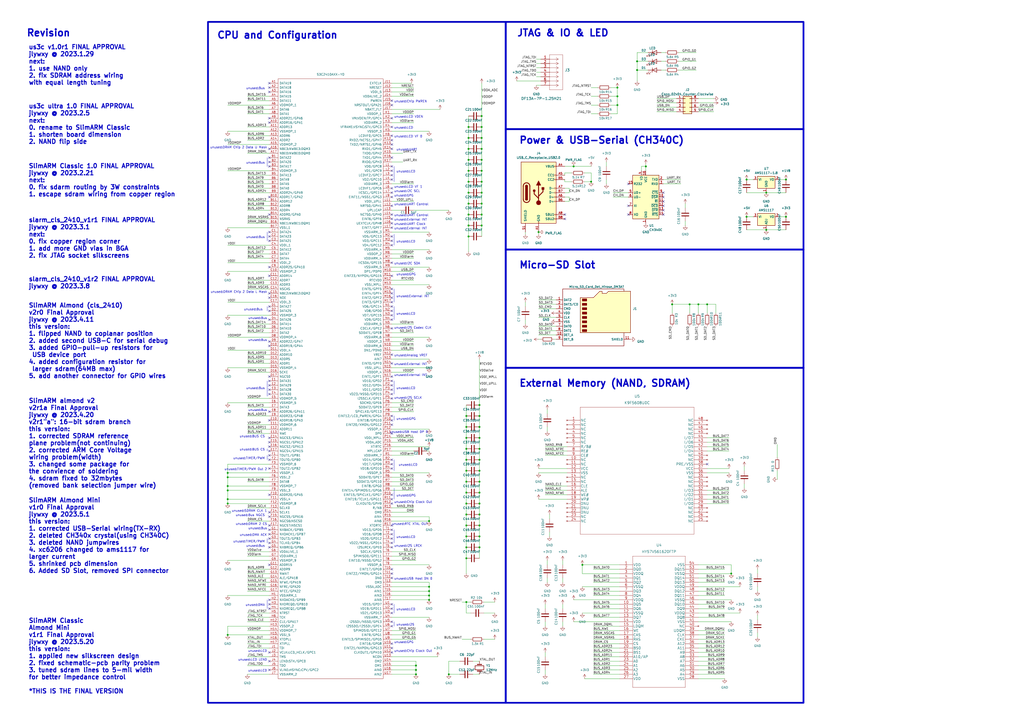
<source format=kicad_sch>
(kicad_sch (version 20230121) (generator eeschema)
  (paper "A2")
  (junction (at 278.13 279.4))
  (junction (at 455.93 104.14))
  (junction (at 433.07 125.73))
  (junction (at 270.51 266.7))
  (junction (at 410.21 176.53))
  (junction (at 270.51 317.5))
  (junction (at 279.4 124.46))
  (junction (at 279.4 67.31))
  (junction (at 260.35 391.16))
  (junction (at 279.4 73.66))
  (junction (at 455.93 125.73))
  (junction (at 271.78 80.01))
  (junction (at 248.92 342.9))
  (junction (at 278.13 260.35))
  (junction (at 132.08 368.3))
  (junction (at 270.51 260.35))
  (junction (at 270.51 241.3))
  (junction (at 444.5 111.76))
  (junction (at 342.9 105.41))
  (junction (at 279.4 99.06))
  (junction (at 358.14 60.96))
  (junction (at 278.13 311.15))
  (junction (at 369.57 35.56))
  (junction (at 271.78 73.66))
  (junction (at 278.13 273.05))
  (junction (at 279.4 80.01))
  (junction (at 132.08 284.48))
  (junction (at 279.4 130.81))
  (junction (at 400.05 176.53))
  (junction (at 405.13 176.53))
  (junction (at 132.08 289.56))
  (junction (at 271.78 118.11))
  (junction (at 271.78 86.36))
  (junction (at 270.51 247.65))
  (junction (at 270.51 323.85))
  (junction (at 132.08 292.1))
  (junction (at 271.78 99.06))
  (junction (at 312.42 134.62))
  (junction (at 278.13 234.95))
  (junction (at 270.51 298.45))
  (junction (at 279.4 86.36))
  (junction (at 278.13 317.5))
  (junction (at 278.13 285.75))
  (junction (at 369.57 40.64))
  (junction (at 248.92 347.98))
  (junction (at 433.07 104.14))
  (junction (at 358.14 55.88))
  (junction (at 278.13 266.7))
  (junction (at 132.08 274.32))
  (junction (at 270.51 273.05))
  (junction (at 279.4 92.71))
  (junction (at 332.74 96.52))
  (junction (at 270.51 254))
  (junction (at 278.13 247.65))
  (junction (at 271.78 111.76))
  (junction (at 270.51 285.75))
  (junction (at 248.92 345.44))
  (junction (at 279.4 118.11))
  (junction (at 132.08 276.86))
  (junction (at 271.78 137.16))
  (junction (at 241.3 391.16))
  (junction (at 270.51 279.4))
  (junction (at 279.4 111.76))
  (junction (at 278.13 292.1))
  (junction (at 241.3 388.62))
  (junction (at 270.51 304.8))
  (junction (at 248.92 340.36))
  (junction (at 271.78 92.71))
  (junction (at 424.18 332.74))
  (junction (at 132.08 281.94))
  (junction (at 278.13 254))
  (junction (at 444.5 133.35))
  (junction (at 270.51 292.1))
  (junction (at 358.14 50.8))
  (junction (at 271.78 124.46))
  (junction (at 278.13 241.3))
  (junction (at 374.65 96.52))
  (junction (at 337.82 327.66))
  (junction (at 270.51 311.15))
  (junction (at 389.89 176.53))
  (junction (at 278.13 304.8))
  (junction (at 241.3 386.08))
  (junction (at 278.13 298.45))
  (junction (at 270.51 349.25))
  (junction (at 271.78 130.81))
  (junction (at 248.92 302.26))
  (junction (at 271.78 105.41))
  (junction (at 279.4 105.41))
  (no_connect (at 156.21 180.34))
  (no_connect (at 227.33 60.96))
  (no_connect (at 227.33 109.22))
  (no_connect (at 156.21 96.52))
  (no_connect (at 156.21 124.46))
  (no_connect (at 227.33 292.1))
  (no_connect (at 156.21 172.72))
  (no_connect (at 156.21 198.12))
  (no_connect (at 227.33 83.82))
  (no_connect (at 227.33 114.3))
  (no_connect (at 156.21 299.72))
  (no_connect (at 227.33 167.64))
  (no_connect (at 364.49 106.68))
  (no_connect (at 227.33 58.42))
  (no_connect (at 156.21 287.02))
  (no_connect (at 156.21 93.98))
  (no_connect (at 227.33 243.84))
  (no_connect (at 227.33 170.18))
  (no_connect (at 227.33 289.56))
  (no_connect (at 227.33 251.46))
  (no_connect (at 227.33 119.38))
  (no_connect (at 156.21 312.42))
  (no_connect (at 156.21 353.06))
  (no_connect (at 327.66 127))
  (no_connect (at 227.33 111.76))
  (no_connect (at 156.21 91.44))
  (no_connect (at 227.33 124.46))
  (no_connect (at 227.33 246.38))
  (no_connect (at 156.21 254))
  (no_connect (at 227.33 91.44))
  (no_connect (at 156.21 388.62))
  (no_connect (at 227.33 127))
  (no_connect (at 156.21 228.6))
  (no_connect (at 156.21 53.34))
  (no_connect (at 156.21 220.98))
  (no_connect (at 156.21 139.7))
  (no_connect (at 384.81 114.3))
  (no_connect (at 156.21 177.8))
  (no_connect (at 227.33 375.92))
  (no_connect (at 227.33 378.46))
  (no_connect (at 156.21 185.42))
  (no_connect (at 156.21 266.7))
  (no_connect (at 327.66 124.46))
  (no_connect (at 227.33 172.72))
  (no_connect (at 156.21 218.44))
  (no_connect (at 227.33 160.02))
  (no_connect (at 227.33 373.38))
  (no_connect (at 227.33 241.3))
  (no_connect (at 156.21 170.18))
  (no_connect (at 227.33 231.14))
  (no_connect (at 227.33 363.22))
  (no_connect (at 156.21 317.5))
  (no_connect (at 156.21 307.34))
  (no_connect (at 227.33 190.5))
  (no_connect (at 156.21 223.52))
  (no_connect (at 156.21 259.08))
  (no_connect (at 227.33 218.44))
  (no_connect (at 227.33 152.4))
  (no_connect (at 364.49 119.38))
  (no_connect (at 156.21 71.12))
  (no_connect (at 156.21 68.58))
  (no_connect (at 384.81 116.84))
  (no_connect (at 156.21 383.54))
  (no_connect (at 156.21 347.98))
  (no_connect (at 384.81 124.46))
  (no_connect (at 384.81 111.76))
  (no_connect (at 156.21 314.96))
  (no_connect (at 227.33 304.8))
  (no_connect (at 227.33 317.5))
  (no_connect (at 156.21 114.3))
  (no_connect (at 156.21 327.66))
  (no_connect (at 156.21 134.62))
  (no_connect (at 410.21 269.24))
  (no_connect (at 227.33 68.58))
  (no_connect (at 156.21 137.16))
  (no_connect (at 227.33 210.82))
  (no_connect (at 227.33 78.74))
  (no_connect (at 156.21 378.46))
  (no_connect (at 227.33 271.78))
  (no_connect (at 227.33 269.24))
  (no_connect (at 227.33 266.7))
  (no_connect (at 227.33 353.06))
  (no_connect (at 227.33 350.52))
  (no_connect (at 227.33 355.6))
  (no_connect (at 227.33 307.34))
  (no_connect (at 227.33 312.42))
  (no_connect (at 227.33 309.88))
  (no_connect (at 227.33 314.96))
  (no_connect (at 227.33 228.6))
  (no_connect (at 227.33 226.06))
  (no_connect (at 227.33 220.98))
  (no_connect (at 227.33 223.52))
  (no_connect (at 227.33 73.66))
  (no_connect (at 227.33 185.42))
  (no_connect (at 227.33 182.88))
  (no_connect (at 227.33 180.34))
  (no_connect (at 227.33 142.24))
  (no_connect (at 227.33 139.7))
  (no_connect (at 227.33 137.16))
  (no_connect (at 227.33 177.8))
  (no_connect (at 227.33 175.26))
  (no_connect (at 227.33 101.6))
  (no_connect (at 227.33 99.06))
  (no_connect (at 227.33 96.52))
  (no_connect (at 227.33 104.14))
  (no_connect (at 156.21 243.84))
  (no_connect (at 156.21 304.8))
  (no_connect (at 156.21 309.88))
  (no_connect (at 156.21 261.62))
  (no_connect (at 156.21 200.66))
  (no_connect (at 227.33 360.68))
  (no_connect (at 227.33 132.08))
  (no_connect (at 156.21 226.06))
  (no_connect (at 227.33 129.54))
  (no_connect (at 156.21 86.36))
  (no_connect (at 156.21 48.26))
  (no_connect (at 156.21 50.8))
  (no_connect (at 156.21 350.52))
  (no_connect (at 227.33 86.36))
  (no_connect (at 227.33 332.74))
  (no_connect (at 227.33 335.28))
  (no_connect (at 156.21 271.78))
  (no_connect (at 156.21 154.94))
  (no_connect (at 364.49 124.46))
  (no_connect (at 156.21 264.16))
  (no_connect (at 156.21 256.54))
  (no_connect (at 156.21 297.18))
  (no_connect (at 156.21 238.76))
  (no_connect (at 384.81 119.38))
  (no_connect (at 227.33 287.02))
  (no_connect (at 227.33 205.74))
  (no_connect (at 227.33 330.2))
  (no_connect (at 227.33 81.28))
  (no_connect (at 384.81 121.92))
  (no_connect (at 156.21 160.02))
  (wire (pts (xy 227.33 193.04) (xy 240.03 193.04)))
  (wire (pts (xy 143.51 279.4) (xy 156.21 279.4)))
  (wire (pts (xy 431.8 270.51) (xy 431.8 273.05)))
  (wire (pts (xy 313.69 196.85) (xy 312.42 196.85)))
  (wire (pts (xy 132.08 213.36) (xy 156.21 213.36)))
  (wire (pts (xy 227.33 381) (xy 254 381)))
  (wire (pts (xy 143.51 109.22) (xy 156.21 109.22)))
  (wire (pts (xy 381 59.69) (xy 392.43 59.69)))
  (wire (pts (xy 270.51 273.05) (xy 270.51 279.4)))
  (wire (pts (xy 354.33 50.8) (xy 358.14 50.8)))
  (wire (pts (xy 143.51 63.5) (xy 156.21 63.5)))
  (wire (pts (xy 384.81 104.14) (xy 394.97 104.14)))
  (wire (pts (xy 132.08 83.82) (xy 156.21 83.82)))
  (wire (pts (xy 381 62.23) (xy 392.43 62.23)))
  (wire (pts (xy 312.42 274.32) (xy 328.93 274.32)))
  (wire (pts (xy 342.9 50.8) (xy 346.71 50.8)))
  (wire (pts (xy 233.68 93.98) (xy 227.33 93.98)))
  (wire (pts (xy 227.33 76.2) (xy 248.92 76.2)))
  (wire (pts (xy 227.33 154.94) (xy 248.92 154.94)))
  (wire (pts (xy 344.17 337.82) (xy 359.41 337.82)))
  (wire (pts (xy 372.11 96.52) (xy 374.65 96.52)))
  (wire (pts (xy 271.78 137.16) (xy 271.78 146.05)))
  (wire (pts (xy 132.08 99.06) (xy 156.21 99.06)))
  (wire (pts (xy 400.05 176.53) (xy 405.13 176.53)))
  (wire (pts (xy 143.51 205.74) (xy 156.21 205.74)))
  (wire (pts (xy 143.51 320.04) (xy 156.21 320.04)))
  (wire (pts (xy 311.15 34.29) (xy 313.69 34.29)))
  (wire (pts (xy 227.33 342.9) (xy 248.92 342.9)))
  (wire (pts (xy 433.07 133.35) (xy 444.5 133.35)))
  (wire (pts (xy 410.21 254) (xy 422.91 254)))
  (wire (pts (xy 227.33 274.32) (xy 248.92 274.32)))
  (wire (pts (xy 342.9 100.33) (xy 342.9 105.41)))
  (wire (pts (xy 278.13 292.1) (xy 278.13 298.45)))
  (wire (pts (xy 279.4 67.31) (xy 279.4 73.66)))
  (polyline (pts (xy 228.6 307.34) (xy 228.6 314.96)))
  (wire (pts (xy 439.42 330.2) (xy 439.42 332.74)))
  (wire (pts (xy 369.57 40.64) (xy 375.92 40.64)))
  (wire (pts (xy 143.51 162.56) (xy 156.21 162.56)))
  (wire (pts (xy 405.13 365.76) (xy 420.37 365.76)))
  (wire (pts (xy 241.3 388.62) (xy 241.3 391.16)))
  (wire (pts (xy 270.51 298.45) (xy 270.51 304.8)))
  (wire (pts (xy 311.15 49.53) (xy 313.69 49.53)))
  (wire (pts (xy 312.42 289.56) (xy 328.93 289.56)))
  (wire (pts (xy 317.5 247.65) (xy 317.5 250.19)))
  (wire (pts (xy 143.51 375.92) (xy 156.21 375.92)))
  (wire (pts (xy 344.17 358.14) (xy 359.41 358.14)))
  (wire (pts (xy 433.07 104.14) (xy 436.88 104.14)))
  (wire (pts (xy 369.57 30.48) (xy 369.57 35.56)))
  (wire (pts (xy 344.17 381) (xy 359.41 381)))
  (wire (pts (xy 227.33 200.66) (xy 240.03 200.66)))
  (wire (pts (xy 410.21 176.53) (xy 410.21 181.61)))
  (wire (pts (xy 279.4 73.66) (xy 279.4 80.01)))
  (wire (pts (xy 270.51 311.15) (xy 270.51 317.5)))
  (wire (pts (xy 337.82 340.36) (xy 359.41 340.36)))
  (wire (pts (xy 227.33 386.08) (xy 241.3 386.08)))
  (wire (pts (xy 279.4 92.71) (xy 279.4 99.06)))
  (wire (pts (xy 132.08 203.2) (xy 156.21 203.2)))
  (wire (pts (xy 227.33 213.36) (xy 248.92 213.36)))
  (wire (pts (xy 311.15 36.83) (xy 313.69 36.83)))
  (wire (pts (xy 279.4 86.36) (xy 279.4 92.71)))
  (wire (pts (xy 304.8 175.26) (xy 304.8 177.8)))
  (wire (pts (xy 143.51 337.82) (xy 156.21 337.82)))
  (wire (pts (xy 405.13 335.28) (xy 420.37 335.28)))
  (wire (pts (xy 143.51 342.9) (xy 156.21 342.9)))
  (wire (pts (xy 132.08 289.56) (xy 132.08 292.1)))
  (wire (pts (xy 410.21 259.08) (xy 422.91 259.08)))
  (wire (pts (xy 410.21 289.56) (xy 422.91 289.56)))
  (wire (pts (xy 327.66 116.84) (xy 330.2 116.84)))
  (wire (pts (xy 227.33 254) (xy 240.03 254)))
  (wire (pts (xy 227.33 325.12) (xy 241.3 325.12)))
  (wire (pts (xy 410.21 271.78) (xy 422.91 271.78)))
  (wire (pts (xy 311.15 41.91) (xy 313.69 41.91)))
  (wire (pts (xy 143.51 210.82) (xy 156.21 210.82)))
  (wire (pts (xy 444.5 111.76) (xy 455.93 111.76)))
  (wire (pts (xy 227.33 187.96) (xy 240.03 187.96)))
  (wire (pts (xy 227.33 215.9) (xy 240.03 215.9)))
  (wire (pts (xy 444.5 133.35) (xy 455.93 133.35)))
  (wire (pts (xy 227.33 358.14) (xy 248.92 358.14)))
  (wire (pts (xy 143.51 241.3) (xy 156.21 241.3)))
  (wire (pts (xy 227.33 281.94) (xy 240.03 281.94)))
  (wire (pts (xy 143.51 193.04) (xy 156.21 193.04)))
  (wire (pts (xy 312.42 189.23) (xy 322.58 189.23)))
  (wire (pts (xy 143.51 365.76) (xy 156.21 365.76)))
  (wire (pts (xy 132.08 368.3) (xy 132.08 363.22)))
  (wire (pts (xy 424.18 327.66) (xy 424.18 332.74)))
  (wire (pts (xy 132.08 345.44) (xy 156.21 345.44)))
  (wire (pts (xy 327.66 109.22) (xy 330.2 109.22)))
  (wire (pts (xy 227.33 383.54) (xy 241.3 383.54)))
  (wire (pts (xy 270.51 266.7) (xy 270.51 273.05)))
  (wire (pts (xy 318.77 298.45) (xy 318.77 300.99)))
  (wire (pts (xy 316.23 378.46) (xy 316.23 381)))
  (wire (pts (xy 316.23 259.08) (xy 328.93 259.08)))
  (wire (pts (xy 132.08 276.86) (xy 132.08 274.32)))
  (wire (pts (xy 327.66 105.41) (xy 331.47 105.41)))
  (wire (pts (xy 132.08 284.48) (xy 156.21 284.48)))
  (wire (pts (xy 439.42 356.87) (xy 439.42 359.41)))
  (wire (pts (xy 227.33 144.78) (xy 248.92 144.78)))
  (wire (pts (xy 384.81 106.68) (xy 394.97 106.68)))
  (wire (pts (xy 383.54 40.64) (xy 386.08 40.64)))
  (wire (pts (xy 405.13 350.52) (xy 420.37 350.52)))
  (wire (pts (xy 278.13 279.4) (xy 278.13 285.75)))
  (wire (pts (xy 132.08 175.26) (xy 156.21 175.26)))
  (polyline (pts (xy 228.6 177.8) (xy 228.6 185.42)))
  (wire (pts (xy 132.08 195.58) (xy 156.21 195.58)))
  (wire (pts (xy 227.33 53.34) (xy 240.03 53.34)))
  (wire (pts (xy 132.08 284.48) (xy 132.08 281.94)))
  (wire (pts (xy 279.4 48.26) (xy 279.4 67.31)))
  (wire (pts (xy 326.39 360.68) (xy 326.39 363.22)))
  (polyline (pts (xy 228.6 96.52) (xy 228.6 105.41)))
  (wire (pts (xy 374.65 96.52) (xy 374.65 99.06)))
  (wire (pts (xy 389.89 176.53) (xy 400.05 176.53)))
  (wire (pts (xy 132.08 269.24) (xy 156.21 269.24)))
  (wire (pts (xy 452.12 104.14) (xy 455.93 104.14)))
  (wire (pts (xy 287.02 349.25) (xy 280.67 349.25)))
  (wire (pts (xy 270.51 355.6) (xy 270.51 349.25)))
  (wire (pts (xy 405.13 391.16) (xy 420.37 391.16)))
  (wire (pts (xy 330.2 114.3) (xy 330.2 116.84)))
  (wire (pts (xy 227.33 248.92) (xy 248.92 248.92)))
  (wire (pts (xy 389.89 181.61) (xy 389.89 176.53)))
  (wire (pts (xy 227.33 327.66) (xy 248.92 327.66)))
  (wire (pts (xy 316.23 281.94) (xy 328.93 281.94)))
  (wire (pts (xy 271.78 111.76) (xy 271.78 118.11)))
  (wire (pts (xy 227.33 261.62) (xy 240.03 261.62)))
  (wire (pts (xy 143.51 360.68) (xy 156.21 360.68)))
  (wire (pts (xy 143.51 119.38) (xy 156.21 119.38)))
  (wire (pts (xy 317.5 237.49) (xy 317.5 240.03)))
  (wire (pts (xy 227.33 71.12) (xy 240.03 71.12)))
  (polyline (pts (xy 154.94 220.98) (xy 154.94 229.87)))
  (wire (pts (xy 143.51 167.64) (xy 156.21 167.64)))
  (wire (pts (xy 270.51 292.1) (xy 270.51 298.45)))
  (wire (pts (xy 227.33 106.68) (xy 240.03 106.68)))
  (wire (pts (xy 143.51 129.54) (xy 156.21 129.54)))
  (polyline (pts (xy 228.6 167.64) (xy 228.6 175.26)))
  (wire (pts (xy 316.23 388.62) (xy 316.23 391.16)))
  (wire (pts (xy 355.6 114.3) (xy 364.49 114.3)))
  (wire (pts (xy 143.51 332.74) (xy 156.21 332.74)))
  (wire (pts (xy 143.51 78.74) (xy 156.21 78.74)))
  (wire (pts (xy 143.51 215.9) (xy 156.21 215.9)))
  (polyline (pts (xy 154.94 260.35) (xy 154.94 261.62)))
  (wire (pts (xy 318.77 308.61) (xy 318.77 311.15)))
  (wire (pts (xy 227.33 370.84) (xy 241.3 370.84)))
  (wire (pts (xy 317.5 325.12) (xy 317.5 327.66)))
  (wire (pts (xy 405.13 386.08) (xy 420.37 386.08)))
  (polyline (pts (xy 228.6 266.7) (xy 228.6 273.05)))
  (wire (pts (xy 143.51 116.84) (xy 156.21 116.84)))
  (wire (pts (xy 227.33 147.32) (xy 240.03 147.32)))
  (wire (pts (xy 327.66 111.76) (xy 330.2 111.76)))
  (wire (pts (xy 132.08 276.86) (xy 156.21 276.86)))
  (wire (pts (xy 414.02 59.69) (xy 405.13 59.69)))
  (wire (pts (xy 342.9 60.96) (xy 346.71 60.96)))
  (wire (pts (xy 383.54 30.48) (xy 386.08 30.48)))
  (wire (pts (xy 270.51 260.35) (xy 270.51 266.7)))
  (wire (pts (xy 227.33 322.58) (xy 241.3 322.58)))
  (polyline (pts (xy 154.94 264.16) (xy 154.94 266.7)))
  (wire (pts (xy 271.78 92.71) (xy 271.78 99.06)))
  (wire (pts (xy 270.51 349.25) (xy 267.97 349.25)))
  (wire (pts (xy 143.51 127) (xy 156.21 127)))
  (wire (pts (xy 278.13 234.95) (xy 278.13 241.3)))
  (wire (pts (xy 143.51 121.92) (xy 156.21 121.92)))
  (polyline (pts (xy 154.94 134.62) (xy 154.94 139.7)))
  (wire (pts (xy 405.13 176.53) (xy 410.21 176.53)))
  (wire (pts (xy 278.13 208.28) (xy 278.13 234.95)))
  (wire (pts (xy 227.33 165.1) (xy 248.92 165.1)))
  (wire (pts (xy 327.66 100.33) (xy 331.47 100.33)))
  (wire (pts (xy 342.9 66.04) (xy 346.71 66.04)))
  (wire (pts (xy 132.08 281.94) (xy 156.21 281.94)))
  (wire (pts (xy 344.17 353.06) (xy 359.41 353.06)))
  (wire (pts (xy 143.51 81.28) (xy 156.21 81.28)))
  (wire (pts (xy 227.33 337.82) (xy 248.92 337.82)))
  (wire (pts (xy 227.33 279.4) (xy 240.03 279.4)))
  (wire (pts (xy 132.08 152.4) (xy 156.21 152.4)))
  (wire (pts (xy 260.35 391.16) (xy 260.35 383.54)))
  (wire (pts (xy 414.02 62.23) (xy 405.13 62.23)))
  (wire (pts (xy 439.42 340.36) (xy 439.42 342.9)))
  (wire (pts (xy 143.51 391.16) (xy 156.21 391.16)))
  (wire (pts (xy 405.13 64.77) (xy 414.02 64.77)))
  (wire (pts (xy 344.17 378.46) (xy 359.41 378.46)))
  (wire (pts (xy 299.72 46.99) (xy 313.69 46.99)))
  (polyline (pts (xy 228.6 220.98) (xy 228.6 228.6)))
  (wire (pts (xy 227.33 121.92) (xy 232.41 121.92)))
  (wire (pts (xy 344.17 330.2) (xy 359.41 330.2)))
  (polyline (pts (xy 228.6 350.52) (xy 228.6 355.6)))
  (wire (pts (xy 132.08 368.3) (xy 156.21 368.3)))
  (wire (pts (xy 405.13 360.68) (xy 424.18 360.68)))
  (wire (pts (xy 132.08 274.32) (xy 156.21 274.32)))
  (wire (pts (xy 433.07 125.73) (xy 436.88 125.73)))
  (wire (pts (xy 278.13 311.15) (xy 278.13 317.5)))
  (wire (pts (xy 304.8 185.42) (xy 304.8 187.96)))
  (wire (pts (xy 143.51 144.78) (xy 156.21 144.78)))
  (polyline (pts (xy 228.6 241.3) (xy 228.6 243.84)))
  (wire (pts (xy 227.33 55.88) (xy 240.03 55.88)))
  (wire (pts (xy 240.03 121.92) (xy 260.35 121.92)))
  (wire (pts (xy 143.51 322.58) (xy 156.21 322.58)))
  (wire (pts (xy 227.33 238.76) (xy 240.03 238.76)))
  (wire (pts (xy 405.13 388.62) (xy 420.37 388.62)))
  (wire (pts (xy 405.13 327.66) (xy 424.18 327.66)))
  (wire (pts (xy 339.09 105.41) (xy 342.9 105.41)))
  (wire (pts (xy 369.57 30.48) (xy 375.92 30.48)))
  (wire (pts (xy 354.33 60.96) (xy 358.14 60.96)))
  (wire (pts (xy 381 57.15) (xy 392.43 57.15)))
  (wire (pts (xy 410.21 274.32) (xy 422.91 274.32)))
  (wire (pts (xy 358.14 66.04) (xy 358.14 60.96)))
  (wire (pts (xy 143.51 386.08) (xy 156.21 386.08)))
  (wire (pts (xy 143.51 190.5) (xy 156.21 190.5)))
  (wire (pts (xy 344.17 335.28) (xy 359.41 335.28)))
  (wire (pts (xy 143.51 302.26) (xy 156.21 302.26)))
  (wire (pts (xy 312.42 135.89) (xy 312.42 134.62)))
  (wire (pts (xy 227.33 195.58) (xy 248.92 195.58)))
  (wire (pts (xy 143.51 246.38) (xy 156.21 246.38)))
  (wire (pts (xy 342.9 55.88) (xy 346.71 55.88)))
  (wire (pts (xy 312.42 179.07) (xy 322.58 179.07)))
  (wire (pts (xy 143.51 147.32) (xy 156.21 147.32)))
  (wire (pts (xy 369.57 35.56) (xy 369.57 40.64)))
  (polyline (pts (xy 228.6 283.21) (xy 228.6 289.56)))
  (wire (pts (xy 339.09 100.33) (xy 342.9 100.33)))
  (wire (pts (xy 450.85 273.05) (xy 450.85 278.13)))
  (wire (pts (xy 143.51 165.1) (xy 156.21 165.1)))
  (wire (pts (xy 316.23 287.02) (xy 328.93 287.02)))
  (wire (pts (xy 405.13 381) (xy 420.37 381)))
  (wire (pts (xy 321.31 196.85) (xy 322.58 196.85)))
  (wire (pts (xy 227.33 368.3) (xy 241.3 368.3)))
  (wire (pts (xy 227.33 116.84) (xy 240.03 116.84)))
  (wire (pts (xy 410.21 292.1) (xy 422.91 292.1)))
  (wire (pts (xy 143.51 187.96) (xy 156.21 187.96)))
  (wire (pts (xy 278.13 260.35) (xy 278.13 266.7)))
  (wire (pts (xy 374.65 95.25) (xy 374.65 96.52)))
  (wire (pts (xy 240.03 50.8) (xy 227.33 50.8)))
  (wire (pts (xy 132.08 325.12) (xy 156.21 325.12)))
  (wire (pts (xy 410.21 256.54) (xy 422.91 256.54)))
  (wire (pts (xy 227.33 297.18) (xy 240.03 297.18)))
  (polyline (pts (xy 154.94 177.8) (xy 154.94 180.34)))
  (wire (pts (xy 278.13 266.7) (xy 278.13 273.05)))
  (wire (pts (xy 143.51 111.76) (xy 156.21 111.76)))
  (wire (pts (xy 337.82 355.6) (xy 359.41 355.6)))
  (wire (pts (xy 405.13 383.54) (xy 420.37 383.54)))
  (wire (pts (xy 355.6 111.76) (xy 364.49 111.76)))
  (wire (pts (xy 405.13 345.44) (xy 420.37 345.44)))
  (wire (pts (xy 227.33 134.62) (xy 248.92 134.62)))
  (wire (pts (xy 156.21 292.1) (xy 132.08 292.1)))
  (wire (pts (xy 405.13 375.92) (xy 420.37 375.92)))
  (wire (pts (xy 312.42 176.53) (xy 322.58 176.53)))
  (wire (pts (xy 270.51 254) (xy 270.51 260.35)))
  (wire (pts (xy 227.33 256.54) (xy 240.03 256.54)))
  (wire (pts (xy 278.13 317.5) (xy 278.13 323.85)))
  (wire (pts (xy 344.17 388.62) (xy 359.41 388.62)))
  (wire (pts (xy 227.33 208.28) (xy 248.92 208.28)))
  (wire (pts (xy 405.13 358.14) (xy 420.37 358.14)))
  (wire (pts (xy 278.13 254) (xy 278.13 260.35)))
  (wire (pts (xy 143.51 355.6) (xy 156.21 355.6)))
  (polyline (pts (xy 154.94 347.98) (xy 154.94 353.06)))
  (wire (pts (xy 332.74 347.98) (xy 359.41 347.98)))
  (wire (pts (xy 317.5 335.28) (xy 317.5 337.82)))
  (wire (pts (xy 344.17 365.76) (xy 359.41 365.76)))
  (wire (pts (xy 410.21 287.02) (xy 422.91 287.02)))
  (wire (pts (xy 354.33 66.04) (xy 358.14 66.04)))
  (wire (pts (xy 279.4 130.81) (xy 279.4 137.16)))
  (wire (pts (xy 344.17 368.3) (xy 359.41 368.3)))
  (wire (pts (xy 405.13 330.2) (xy 420.37 330.2)))
  (wire (pts (xy 271.78 86.36) (xy 271.78 92.71)))
  (wire (pts (xy 327.66 101.6) (xy 327.66 100.33)))
  (wire (pts (xy 358.14 60.96) (xy 358.14 55.88)))
  (wire (pts (xy 227.33 149.86) (xy 240.03 149.86)))
  (wire (pts (xy 393.7 40.64) (xy 403.86 40.64)))
  (wire (pts (xy 271.78 80.01) (xy 271.78 86.36)))
  (wire (pts (xy 431.8 280.67) (xy 431.8 283.21)))
  (wire (pts (xy 248.92 345.44) (xy 248.92 347.98)))
  (wire (pts (xy 132.08 157.48) (xy 156.21 157.48)))
  (wire (pts (xy 143.51 294.64) (xy 156.21 294.64)))
  (wire (pts (xy 450.85 257.81) (xy 450.85 265.43)))
  (wire (pts (xy 143.51 55.88) (xy 156.21 55.88)))
  (wire (pts (xy 227.33 259.08) (xy 248.92 259.08)))
  (wire (pts (xy 132.08 289.56) (xy 132.08 284.48)))
  (wire (pts (xy 143.51 373.38) (xy 156.21 373.38)))
  (wire (pts (xy 278.13 273.05) (xy 278.13 279.4)))
  (wire (pts (xy 227.33 365.76) (xy 241.3 365.76)))
  (wire (pts (xy 227.33 284.48) (xy 240.03 284.48)))
  (wire (pts (xy 143.51 73.66) (xy 156.21 73.66)))
  (wire (pts (xy 344.17 375.92) (xy 359.41 375.92)))
  (wire (pts (xy 132.08 281.94) (xy 132.08 276.86)))
  (wire (pts (xy 326.39 335.28) (xy 326.39 337.82)))
  (wire (pts (xy 383.54 35.56) (xy 386.08 35.56)))
  (wire (pts (xy 312.42 184.15) (xy 322.58 184.15)))
  (wire (pts (xy 393.7 35.56) (xy 403.86 35.56)))
  (wire (pts (xy 132.08 60.96) (xy 156.21 60.96)))
  (wire (pts (xy 351.79 93.98) (xy 351.79 96.52)))
  (wire (pts (xy 143.51 106.68) (xy 156.21 106.68)))
  (wire (pts (xy 143.51 104.14) (xy 156.21 104.14)))
  (wire (pts (xy 316.23 264.16) (xy 328.93 264.16)))
  (wire (pts (xy 278.13 241.3) (xy 278.13 247.65)))
  (wire (pts (xy 405.13 368.3) (xy 420.37 368.3)))
  (wire (pts (xy 248.92 342.9) (xy 248.92 345.44)))
  (wire (pts (xy 326.39 350.52) (xy 326.39 353.06)))
  (wire (pts (xy 330.2 109.22) (xy 330.2 111.76)))
  (wire (pts (xy 267.97 370.84) (xy 273.05 370.84)))
  (wire (pts (xy 233.68 88.9) (xy 227.33 88.9)))
  (wire (pts (xy 279.4 105.41) (xy 279.4 111.76)))
  (wire (pts (xy 405.13 332.74) (xy 424.18 332.74)))
  (wire (pts (xy 271.78 124.46) (xy 271.78 130.81)))
  (wire (pts (xy 316.23 360.68) (xy 316.23 363.22)))
  (wire (pts (xy 247.65 261.62) (xy 248.92 261.62)))
  (wire (pts (xy 279.4 111.76) (xy 279.4 118.11)))
  (wire (pts (xy 452.12 125.73) (xy 455.93 125.73)))
  (wire (pts (xy 344.17 373.38) (xy 359.41 373.38)))
  (wire (pts (xy 143.51 340.36) (xy 156.21 340.36)))
  (wire (pts (xy 344.17 391.16) (xy 359.41 391.16)))
  (wire (pts (xy 312.42 173.99) (xy 322.58 173.99)))
  (wire (pts (xy 227.33 347.98) (xy 248.92 347.98)))
  (wire (pts (xy 132.08 182.88) (xy 156.21 182.88)))
  (wire (pts (xy 439.42 367.03) (xy 439.42 369.57)))
  (wire (pts (xy 227.33 388.62) (xy 241.3 388.62)))
  (wire (pts (xy 227.33 233.68) (xy 240.03 233.68)))
  (wire (pts (xy 227.33 264.16) (xy 240.03 264.16)))
  (wire (pts (xy 280.67 370.84) (xy 287.02 370.84)))
  (wire (pts (xy 271.78 105.41) (xy 271.78 111.76)))
  (wire (pts (xy 273.05 349.25) (xy 270.51 349.25)))
  (wire (pts (xy 260.35 391.16) (xy 266.7 391.16)))
  (wire (pts (xy 132.08 233.68) (xy 156.21 233.68)))
  (wire (pts (xy 143.51 88.9) (xy 156.21 88.9)))
  (polyline (pts (xy 228.6 360.68) (xy 228.6 363.22)))
  (wire (pts (xy 369.57 35.56) (xy 375.92 35.56)))
  (wire (pts (xy 405.13 373.38) (xy 420.37 373.38)))
  (wire (pts (xy 337.82 327.66) (xy 359.41 327.66)))
  (wire (pts (xy 410.21 176.53) (xy 415.29 176.53)))
  (wire (pts (xy 143.51 370.84) (xy 156.21 370.84)))
  (wire (pts (xy 227.33 203.2) (xy 240.03 203.2)))
  (wire (pts (xy 279.4 118.11) (xy 279.4 124.46)))
  (wire (pts (xy 405.13 393.7) (xy 420.37 393.7)))
  (wire (pts (xy 271.78 73.66) (xy 271.78 80.01)))
  (wire (pts (xy 316.23 261.62) (xy 328.93 261.62)))
  (wire (pts (xy 274.32 383.54) (xy 278.13 383.54)))
  (wire (pts (xy 344.17 370.84) (xy 359.41 370.84)))
  (wire (pts (xy 312.42 271.78) (xy 328.93 271.78)))
  (wire (pts (xy 278.13 304.8) (xy 278.13 311.15)))
  (wire (pts (xy 260.35 383.54) (xy 266.7 383.54)))
  (wire (pts (xy 278.13 298.45) (xy 278.13 304.8)))
  (wire (pts (xy 227.33 198.12) (xy 240.03 198.12)))
  (wire (pts (xy 316.23 284.48) (xy 328.93 284.48)))
  (wire (pts (xy 271.78 67.31) (xy 271.78 73.66)))
  (wire (pts (xy 270.51 247.65) (xy 270.51 254)))
  (wire (pts (xy 248.92 299.72) (xy 248.92 302.26)))
  (wire (pts (xy 405.13 355.6) (xy 429.26 355.6)))
  (wire (pts (xy 344.17 386.08) (xy 359.41 386.08)))
  (wire (pts (xy 227.33 48.26) (xy 238.76 48.26)))
  (wire (pts (xy 415.29 176.53) (xy 415.29 181.61)))
  (wire (pts (xy 410.21 261.62) (xy 422.91 261.62)))
  (wire (pts (xy 241.3 383.54) (xy 241.3 386.08)))
  (wire (pts (xy 227.33 391.16) (xy 241.3 391.16)))
  (wire (pts (xy 327.66 114.3) (xy 330.2 114.3)))
  (wire (pts (xy 393.7 30.48) (xy 403.86 30.48)))
  (wire (pts (xy 397.51 118.11) (xy 397.51 120.65)))
  (wire (pts (xy 372.11 99.06) (xy 372.11 96.52)))
  (wire (pts (xy 227.33 345.44) (xy 248.92 345.44)))
  (wire (pts (xy 227.33 162.56) (xy 240.03 162.56)))
  (wire (pts (xy 132.08 363.22) (xy 156.21 363.22)))
  (wire (pts (xy 410.21 284.48) (xy 422.91 284.48)))
  (wire (pts (xy 132.08 289.56) (xy 156.21 289.56)))
  (wire (pts (xy 271.78 99.06) (xy 271.78 105.41)))
  (wire (pts (xy 227.33 302.26) (xy 248.92 302.26)))
  (polyline (pts (xy 228.6 135.89) (xy 228.6 142.24)))
  (wire (pts (xy 143.51 358.14) (xy 156.21 358.14)))
  (wire (pts (xy 143.51 231.14) (xy 156.21 231.14)))
  (wire (pts (xy 132.08 142.24) (xy 156.21 142.24)))
  (wire (pts (xy 227.33 63.5) (xy 255.27 63.5)))
  (wire (pts (xy 312.42 191.77) (xy 322.58 191.77)))
  (polyline (pts (xy 154.94 312.42) (xy 154.94 314.96)))
  (wire (pts (xy 273.05 355.6) (xy 270.51 355.6)))
  (wire (pts (xy 405.13 378.46) (xy 420.37 378.46)))
  (wire (pts (xy 227.33 157.48) (xy 240.03 157.48)))
  (wire (pts (xy 327.66 104.14) (xy 327.66 105.41)))
  (wire (pts (xy 270.51 323.85) (xy 270.51 332.74)))
  (wire (pts (xy 227.33 320.04) (xy 241.3 320.04)))
  (wire (pts (xy 311.15 39.37) (xy 313.69 39.37)))
  (wire (pts (xy 143.51 149.86) (xy 156.21 149.86)))
  (wire (pts (xy 278.13 247.65) (xy 278.13 254)))
  (wire (pts (xy 278.13 285.75) (xy 278.13 292.1)))
  (wire (pts (xy 143.51 236.22) (xy 156.21 236.22)))
  (wire (pts (xy 400.05 176.53) (xy 400.05 181.61)))
  (wire (pts (xy 405.13 342.9) (xy 420.37 342.9)))
  (wire (pts (xy 143.51 208.28) (xy 156.21 208.28)))
  (wire (pts (xy 344.17 363.22) (xy 359.41 363.22)))
  (wire (pts (xy 381 64.77) (xy 392.43 64.77)))
  (wire (pts (xy 359.41 332.74) (xy 337.82 332.74)))
  (wire (pts (xy 270.51 285.75) (xy 270.51 292.1)))
  (wire (pts (xy 132.08 132.08) (xy 156.21 132.08)))
  (wire (pts (xy 279.4 124.46) (xy 279.4 130.81)))
  (wire (pts (xy 143.51 330.2) (xy 156.21 330.2)))
  (wire (pts (xy 279.4 80.01) (xy 279.4 86.36)))
  (wire (pts (xy 405.13 370.84) (xy 420.37 370.84)))
  (wire (pts (xy 405.13 340.36) (xy 429.26 340.36)))
  (wire (pts (xy 344.17 383.54) (xy 359.41 383.54)))
  (wire (pts (xy 143.51 251.46) (xy 156.21 251.46)))
  (wire (pts (xy 405.13 176.53) (xy 405.13 181.61)))
  (wire (pts (xy 270.51 234.95) (xy 270.51 241.3)))
  (wire (pts (xy 248.92 340.36) (xy 248.92 342.9)))
  (wire (pts (xy 227.33 276.86) (xy 240.03 276.86)))
  (wire (pts (xy 143.51 58.42) (xy 156.21 58.42)))
  (wire (pts (xy 271.78 118.11) (xy 271.78 124.46)))
  (wire (pts (xy 405.13 347.98) (xy 424.18 347.98)))
  (wire (pts (xy 414.02 57.15) (xy 405.13 57.15)))
  (wire (pts (xy 327.66 96.52) (xy 332.74 96.52)))
  (wire (pts (xy 433.07 111.76) (xy 444.5 111.76)))
  (wire (pts (xy 143.51 381) (xy 156.21 381)))
  (wire (pts (xy 227.33 299.72) (xy 248.92 299.72)))
  (wire (pts (xy 270.51 304.8) (xy 270.51 311.15)))
  (wire (pts (xy 304.8 135.89) (xy 304.8 134.62)))
  (wire (pts (xy 344.17 350.52) (xy 359.41 350.52)))
  (wire (pts (xy 248.92 337.82) (xy 248.92 340.36)))
  (wire (pts (xy 369.57 40.64) (xy 369.57 46.99)))
  (wire (pts (xy 316.23 350.52) (xy 316.23 353.06)))
  (wire (pts (xy 143.51 248.92) (xy 156.21 248.92)))
  (wire (pts (xy 312.42 194.31) (xy 322.58 194.31)))
  (wire (pts (xy 339.09 393.7) (xy 359.41 393.7)))
  (wire (pts (xy 270.51 241.3) (xy 270.51 247.65)))
  (wire (pts (xy 271.78 130.81) (xy 271.78 137.16)))
  (wire (pts (xy 344.17 345.44) (xy 359.41 345.44)))
  (wire (pts (xy 132.08 274.32) (xy 132.08 269.24)))
  (wire (pts (xy 227.33 340.36) (xy 248.92 340.36)))
  (wire (pts (xy 332.74 360.68) (xy 359.41 360.68)))
  (wire (pts (xy 227.33 236.22) (xy 240.03 236.22)))
  (wire (pts (xy 143.51 335.28) (xy 156.21 335.28)))
  (wire (pts (xy 270.51 279.4) (xy 270.51 285.75)))
  (polyline (pts (xy 154.94 91.44) (xy 154.94 96.52)))
  (wire (pts (xy 132.08 76.2) (xy 156.21 76.2)))
  (wire (pts (xy 332.74 96.52) (xy 342.9 96.52)))
  (wire (pts (xy 270.51 317.5) (xy 270.51 323.85)))
  (wire (pts (xy 397.51 128.27) (xy 397.51 130.81)))
  (wire (pts (xy 344.17 342.9) (xy 359.41 342.9)))
  (wire (pts (xy 143.51 101.6) (xy 156.21 101.6)))
  (wire (pts (xy 337.82 332.74) (xy 337.82 327.66)))
  (wire (pts (xy 227.33 66.04) (xy 240.03 66.04)))
  (wire (pts (xy 354.33 55.88) (xy 358.14 55.88)))
  (wire (pts (xy 326.39 325.12) (xy 326.39 327.66)))
  (wire (pts (xy 279.4 99.06) (xy 279.4 105.41)))
  (wire (pts (xy 405.13 337.82) (xy 420.37 337.82)))
  (wire (pts (xy 241.3 386.08) (xy 241.3 388.62)))
  (wire (pts (xy 274.32 391.16) (xy 278.13 391.16)))
  (wire (pts (xy 311.15 44.45) (xy 313.69 44.45)))
  (wire (pts (xy 287.02 355.6) (xy 280.67 355.6)))
  (wire (pts (xy 405.13 353.06) (xy 420.37 353.06)))
  (wire (pts (xy 358.14 55.88) (xy 358.14 50.8)))
  (wire (pts (xy 143.51 66.04) (xy 156.21 66.04)))
  (wire (pts (xy 227.33 294.64) (xy 240.03 294.64)))
  (wire (pts (xy 351.79 104.14) (xy 351.79 106.68)))
  (rectangle (start 120.65 12.7) (end 293.37 407.67) (stroke (width 1)))
  (rectangle (start 293.37 213.36) (end 466.09 407.67) (stroke (width 1)))
  (rectangle (start 293.37 12.7) (end 466.09 74.93) (stroke (width 1)))
  (rectangle (start 293.37 74.93) (end 466.09 144.78) (stroke (width 1)))
  (rectangle (start 293.37 144.78) (end 466.09 213.36) (stroke (width 1)))
  (text "unused:DRAM Chip 2 Data U Mask" (at 154.94 86.36 0) (effects (font (size 1.27 1.27)) (justify right bottom)))
  (text "unused:DRAM Chip 2 Data L Mask" (at 154.94 170.18 0) (effects (font (size 1.27 1.27)) (justify right bottom)))
  (text "unused:Bus" (at 154.94 238.76 0) (effects (font (size 1.27 1.27)) (justify right bottom)))
  (text "unused:TIMER/PWM Out 2" (at 154.94 273.05 0) (effects (font (size 1.27 1.27)) (justify right bottom)))
  (text "unused:I2S LRCK" (at 228.6 317.5 0) (effects (font (size 1.27 1.27)) (justify left bottom)))
  (text "unused:LCD" (at 229.87 140.97 0) (effects (font (size 1.27 1.27)) (justify left bottom)))
  (text "unused:UART" (at 229.87 87.63 0) (effects (font (size 1.27 1.27)) (justify left bottom)))
  (text "slarm_cls_2410_v1r2 FINAL APPROVAL\njlywxy @ 2023.3.8" (at 16.51 167.64 0) (effects (font (size 2.54 2.54) (thickness 0.508) bold) (justify left bottom)))
  (text "unused:LCD" (at 229.87 354.33 0) (effects (font (size 1.27 1.27)) (justify left bottom)))
  (text "unused:Bus" (at 154.94 185.42 0) (effects (font (size 1.27 1.27)) (justify right bottom)))
  (text "next:\n0. fix copper region corner\n1. add more GND vias in BGA\n2. fix JTAG socket silkscreens" (at 16.51 149.86 0) (effects (font (size 2.54 2.54) (thickness 0.508) bold) (justify left bottom)))
  (text "Revision" (at 15.24 21.59 0) (effects (font (size 4 4) (thickness 0.8) bold) (justify left bottom)))
  (text "SlimARM Classic\nAlmond Mini\nv1r1 Final Approval\njlywxy @ 2023.5.20\nthis version:\n1. applied new silkscreen design\n2. fixed schematic-pcb parity problem\n3. tuned sdram lines to 5-mil width \nfor better impedance control\n\n*THIS IS THE FINAL VERSION" (at 16.51 402.59 0) (effects (font (size 2.54 2.54) (thickness 0.508) bold) (justify left bottom)))
  (text "unused:Bus" (at 152.4 180.34 0) (effects (font (size 1.27 1.27)) (justify right bottom)))
  (text "unused:LCD" (at 229.87 312.42 0) (effects (font (size 1.27 1.27)) (justify left bottom)))
  (text "unused:UART Control" (at 228.6 119.38 0) (effects (font (size 1.27 1.27)) (justify left bottom)))
  (text "SlimARM Almond (cls_2410) \nv2r0 Final Approval\njlywxy @ 2023.4.11\nthis version:\n1. flipped NAND to coplanar position\n2. added second USB-C for serial debug\n3. added GPIO-pull-up resistors for\n USB device port\n4. added configuration resistor for\n larger sdram(64MB max)\n5. add another connector for GPIO wires" (at 16.51 219.71 0) (effects (font (size 2.54 2.54) (thickness 0.508) bold) (justify left bottom)))
  (text "Power & USB-Serial (CH340C)" (at 300.99 83.82 0) (effects (font (size 4 4) (thickness 0.8) bold) (justify left bottom)))
  (text "SlimARM almond v2\nv2r1a Final Approval\njlywxy @ 2023.4.20\nv2r1\"a\": 16-bit sdram branch\nthis version:\n1. corrected SDRAM reference \nplane problem(not continuing)\n2. corrected ARM Core Voltage \nwiring problem(width)\n3. changed some package for \nthe convience of soldering\n4. sdram fixed to 32mbytes\n(removed bank selection jumper wire)" (at 16.51 283.21 0) (effects (font (size 2.54 2.54) (thickness 0.508) bold) (justify left bottom)))
  (text "unused:Bus" (at 154.94 198.12 0) (effects (font (size 1.27 1.27)) (justify right bottom)))
  (text "unused:External INT" (at 228.6 133.35 0) (effects (font (size 1.27 1.27)) (justify left bottom)))
  (text "unused:DRAM 2 CS" (at 154.94 304.8 0) (effects (font (size 1.27 1.27)) (justify right bottom)))
  (text "unused:GPG" (at 229.87 160.02 0) (effects (font (size 1.27 1.27)) (justify left bottom)))
  (text "slarm_cls_2410_v1r1 FINAL APPROVAL\njlywxy @ 2023.3.1" (at 16.51 133.35 0) (effects (font (size 2.54 2.54) (thickness 0.508) bold) (justify left bottom)))
  (text "JTAG & IO & LED" (at 299.72 21.59 0) (effects (font (size 4 4) (thickness 0.8) bold) (justify left bottom)))
  (text "unused:RTC XTAL OUT\n" (at 227.33 304.8 0) (effects (font (size 1.27 1.27)) (justify left bottom)))
  (text "unused:LCD" (at 154.94 378.46 0) (effects (font (size 1.27 1.27)) (justify right bottom)))
  (text "unused:GPG" (at 229.87 288.29 0) (effects (font (size 1.27 1.27)) (justify left bottom)))
  (text "unused:LCD" (at 231.14 270.51 0) (effects (font (size 1.27 1.27)) (justify left bottom)))
  (text "unused:LCD VF 0" (at 228.6 80.01 0) (effects (font (size 1.27 1.27)) (justify left bottom)))
  (text "unused:Bus" (at 153.67 95.25 0) (effects (font (size 1.27 1.27)) (justify right bottom)))
  (text "Micro-SD Slot" (at 300.99 156.21 0) (effects (font (size 4 4) (thickness 0.8) bold) (justify left bottom)))
  (text "unused:I2S" (at 229.87 363.22 0) (effects (font (size 1.27 1.27)) (justify left bottom)))
  (text "unused:Chip Clock Out\n" (at 228.6 292.1 0) (effects (font (size 1.27 1.27)) (justify left bottom)))
  (text "External Memory (NAND, SDRAM)" (at 300.99 224.79 0) (effects (font (size 4 4) (thickness 0.8) bold) (justify left bottom)))
  (text "unused:External INT" (at 228.6 218.44 0) (effects (font (size 1.27 1.27)) (justify left bottom)))
  (text "unused:USB Host DN 0" (at 228.6 336.55 0) (effects (font (size 1.27 1.27)) (justify left bottom)))
  (text "unused:LCD LEND" (at 154.94 383.54 0) (effects (font (size 1.27 1.27)) (justify right bottom)))
  (text "unused:LCD VF 1" (at 228.6 109.22 0) (effects (font (size 1.27 1.27)) (justify left bottom)))
  (text "unused:LCD VDEN" (at 228.6 68.58 0) (effects (font (size 1.27 1.27)) (justify left bottom)))
  (text "unused:I2C SCL" (at 228.6 111.76 0) (effects (font (size 1.27 1.27)) (justify left bottom)))
  (text "unused:TIMER/PWM" (at 153.67 314.96 0) (effects (font (size 1.27 1.27)) (justify right bottom)))
  (text "unused:LCD" (at 154.94 389.89 0) (effects (font (size 1.27 1.27)) (justify right bottom)))
  (text "SlimARM Almond Mini\nv1r0 Final Approval\njlywxy @ 2023.5.1\nthis version:\n1. corrected USB-Serial wiring(TX-RX)\n2. deleted CH340x crystal(using CH340C)\n3. deleted NAND jumpwires\n4. xc6206 changed to ams1117 for\nlarger current\n5. shrinked pcb dimension\n6. Added SD Slot, removed SPI connector" (at 16.51 332.74 0) (effects (font (size 2.54 2.54) (thickness 0.508) bold) (justify left bottom)))
  (text "unused:LCD" (at 229.87 226.06 0) (effects (font (size 1.27 1.27)) (justify left bottom)))
  (text "unused:GPG" (at 228.6 114.3 0) (effects (font (size 1.27 1.27)) (justify left bottom)))
  (text "unused:GPG" (at 228.6 373.38 0) (effects (font (size 1.27 1.27)) (justify left bottom)))
  (text "unused:LCD" (at 229.87 100.33 0) (effects (font (size 1.27 1.27)) (justify left bottom)))
  (text "unused:LCD" (at 229.87 182.88 0) (effects (font (size 1.27 1.27)) (justify left bottom)))
  (text "unused:Bus" (at 153.67 226.06 0) (effects (font (size 1.27 1.27)) (justify right bottom)))
  (text "CPU and Configuration" (at 125.73 22.86 0) (effects (font (size 4 4) (thickness 0.8) bold) (justify left bottom)))
  (text "unused:Bus" (at 153.67 317.5 0) (effects (font (size 1.27 1.27)) (justify right bottom)))
  (text "unused:BUS CS" (at 153.67 254 0) (effects (font (size 1.27 1.27)) (justify right bottom)))
  (text "unused:UART Control" (at 228.6 125.73 0) (effects (font (size 1.27 1.27)) (justify left bottom)))
  (text "unused:TIMER/PWM" (at 153.67 266.7 0) (effects (font (size 1.27 1.27)) (justify right bottom)))
  (text "unused:Chip Clock Out" (at 228.6 378.46 0) (effects (font (size 1.27 1.27)) (justify left bottom)))
  (text "unused:Bus" (at 153.67 52.07 0) (effects (font (size 1.27 1.27)) (justify right bottom)))
  (text "unused:I2S Codec CLK\n\n" (at 228.6 193.04 0) (effects (font (size 1.27 1.27)) (justify left bottom)))
  (text "unused:USB Host DP 0" (at 226.06 251.46 0) (effects (font (size 1.27 1.27)) (justify left bottom)))
  (text "unused:DMA ACK\n" (at 154.94 311.15 0) (effects (font (size 1.27 1.27)) (justify right bottom)))
  (text "unused:Chip PWREN" (at 228.6 59.69 0) (effects (font (size 1.27 1.27)) (justify left bottom)))
  (text "unused:External INT" (at 229.87 172.72 0) (effects (font (size 1.27 1.27)) (justify left bottom)))
  (text "next:\n0. rename to SlimARM Classic\n1. shorten board dimension\n2. NAND flip side" (at 16.51 83.82 0) (effects (font (size 2.54 2.54) (thickness 0.508) bold) (justify left bottom)))
  (text "unused:Bus" (at 154.94 307.34 0) (effects (font (size 1.27 1.27)) (justify right bottom)))
  (text "unused:External INT" (at 228.6 128.27 0) (effects (font (size 1.27 1.27)) (justify left bottom)))
  (text "unused:Bus" (at 153.67 138.43 0) (effects (font (size 1.27 1.27)) (justify right bottom)))
  (text "us3c ultra 1.0 FINAL APPROVAL\njlywxy @ 2023.2.5" (at 16.51 67.31 0) (effects (font (size 2.54 2.54) (thickness 0.508) bold) (justify left bottom)))
  (text "unused:Bus NGCS" (at 153.67 299.72 0) (effects (font (size 1.27 1.27)) (justify right bottom)))
  (text "unused:I2S SCLK\n\n" (at 228.6 233.68 0) (effects (font (size 1.27 1.27)) (justify left bottom)))
  (text "unused:GPG" (at 229.87 243.84 0) (effects (font (size 1.27 1.27)) (justify left bottom)))
  (text "unused:SDRAM CLK 1" (at 154.94 297.18 0) (effects (font (size 1.27 1.27)) (justify right bottom)))
  (text "next:\n1. use NAND only\n2. fix SDRAM address wiring\nwith equal length tuning" (at 16.51 49.53 0) (effects (font (size 2.54 2.54) (thickness 0.508) bold) (justify left bottom)))
  (text "unused:BUS CS" (at 153.67 261.62 0) (effects (font (size 1.27 1.27)) (justify right bottom)))
  (text "unused:DMA" (at 153.67 351.79 0) (effects (font (size 1.27 1.27)) (justify right bottom)))
  (text "SlimARM Classic 1.0 FINAL APPROVAL\njlywxy @ 2023.2.21\nnext:\n0. fix sdarm routing by 3W constraints\n1. escape sdram wiring from copper region" (at 16.51 114.3 0) (effects (font (size 2.54 2.54) (thickness 0.508) bold) (justify left bottom)))
  (text "unused:I2C SDA\n" (at 228.6 153.67 0) (effects (font (size 1.27 1.27)) (justify left bottom)))
  (text "unused:LCD" (at 228.6 74.93 0) (effects (font (size 1.27 1.27)) (justify left bottom)))
  (text "unused:External INT" (at 228.6 212.09 0) (effects (font (size 1.27 1.27)) (justify left bottom)))
  (text "unused:UART Clock" (at 228.6 130.81 0) (effects (font (size 1.27 1.27)) (justify left bottom)))
  (text "unused:Analog VREF\n" (at 228.6 207.01 0) (effects (font (size 1.27 1.27)) (justify left bottom)))
  (text "us3c v1.0r1 FINAL APPROVAL\njlywxy @ 2023.1.29" (at 16.51 33.02 0) (effects (font (size 2.54 2.54) (thickness 0.508) bold) (justify left bottom)))
  (label "SD_DAT2" (at 410.21 189.23 270))
  (label "GPIO_G0" (at 403.86 30.48 180))
  (label "BUS_ADR6" (at 420.37 388.62 180))
  (label "DRAM_CS" (at 344.17 373.38 0))
  (label "VDDA_ADC" (at 240.03 256.54 180))
  (label "VDDiarm" (at 240.03 200.66 180))
  (label "BUS_DAT5" (at 344.17 350.52 0))
  (label "JTAG_TCK" (at 311.15 44.45 180))
  (label "BUS_ADR11" (at 344.17 381 0))
  (label "GPIO_G2" (at 241.3 325.12 180))
  (label "SD_CMD" (at 389.89 189.23 270))
  (label "BUS_ADR24" (at 143.51 111.76 0))
  (label "VDDi" (at 132.08 142.24 0))
  (label "BUS_ADR10" (at 143.51 205.74 0))
  (label "SD_DAT1" (at 405.13 189.23 270))
  (label "DRAM_NSRAS" (at 143.51 127 0))
  (label "SPI0_MISO" (at 381 64.77 0))
  (label "VDDalive" (at 143.51 320.04 0))
  (label "BUS_ADR11" (at 143.51 248.92 0))
  (label "VDDOP" (at 279.4 57.15 0))
  (label "VDDiarm" (at 143.51 322.58 0))
  (label "VDDMOP" (at 143.51 231.14 0))
  (label "VDDMOP" (at 132.08 195.58 0))
  (label "SD_CMD" (at 240.03 233.68 180))
  (label "XTAL_OUT" (at 278.13 383.54 0))
  (label "DRAM_SCLK" (at 143.51 294.64 0))
  (label "BUS_DAT15" (at 143.51 55.88 0))
  (label "BUS_ADR23" (at 344.17 375.92 0))
  (label "BUS_DAT6" (at 344.17 353.06 0))
  (label "BUS_DAT3" (at 143.51 236.22 0))
  (label "VDDMOP" (at 132.08 83.82 0))
  (label "VDDi" (at 132.08 203.2 0))
  (label "GPIO_G2" (at 403.86 40.64 180))
  (label "BUS_DAT7" (at 422.91 254 180))
  (label "BUS_ADR12" (at 143.51 116.84 0))
  (label "VDDi_UPLL" (at 240.03 116.84 180))
  (label "BUS_DAT5" (at 422.91 259.08 180))
  (label "BUS_DAT10" (at 420.37 350.52 180))
  (label "SD_DAT0" (at 312.42 189.23 0))
  (label "NAND_NFRE" (at 316.23 261.62 0))
  (label "CH_DP" (at 330.2 116.84 0))
  (label "BUS_DAT4" (at 422.91 261.62 180))
  (label "BUS_DAT3" (at 344.17 342.9 0))
  (label "BUS_ADR3" (at 344.17 388.62 0))
  (label "USB_DP" (at 240.03 157.48 180))
  (label "JTAG_NTRST" (at 342.9 50.8 180))
  (label "DRAM_CS" (at 143.51 302.26 0))
  (label "BUS_ADR8" (at 143.51 119.38 0))
  (label "SPI0_MOSI" (at 241.3 365.76 180))
  (label "BUS_DAT6" (at 143.51 63.5 0))
  (label "SD_DAT2" (at 312.42 173.99 0))
  (label "BUS_ADR1" (at 344.17 383.54 0))
  (label "BUS_DAT7" (at 143.51 147.32 0))
  (label "BUS_NWAIT" (at 143.51 332.74 0))
  (label "VDDOP" (at 240.03 198.12 180))
  (label "BUS_DAT0" (at 344.17 330.2 0))
  (label "BUS_DAT12" (at 143.51 144.78 0))
  (label "SD_DET" (at 240.03 284.48 180))
  (label "RTCVDD" (at 240.03 162.56 180))
  (label "JTAG_TCK" (at 143.51 358.14 0))
  (label "BUS_DAT0" (at 422.91 292.1 180))
  (label "VDDiarm" (at 240.03 71.12 180))
  (label "SPI0_MISO" (at 241.3 322.58 180))
  (label "BUS_DAT15" (at 420.37 330.2 180))
  (label "BUS_DAT1" (at 143.51 66.04 0))
  (label "NAND_CLE" (at 143.51 360.68 0))
  (label "DRAM_SCLK" (at 420.37 368.3 180))
  (label "NAND_ALE" (at 143.51 335.28 0))
  (label "GPIO_G1" (at 403.86 35.56 180))
  (label "DRAM_SCKE" (at 420.37 370.84 180))
  (label "VDDMOP" (at 132.08 99.06 0))
  (label "SD_DAT2" (at 240.03 236.22 180))
  (label "BUS_ADR7" (at 143.51 162.56 0))
  (label "NAND_NFWE" (at 316.23 287.02 0))
  (label "BUS_ADR5" (at 143.51 208.28 0))
  (label "BUS_ADR4" (at 344.17 391.16 0))
  (label "BUS_DAT13" (at 420.37 337.82 180))
  (label "SD_DAT3" (at 415.29 189.23 270))
  (label "BUS_DAT4" (at 344.17 345.44 0))
  (label "BUS_ADR4" (at 143.51 121.92 0))
  (label "JTAG_TMS" (at 143.51 381 0))
  (label "BUS_DAT14" (at 143.51 187.96 0))
  (label "VDDi" (at 132.08 152.4 0))
  (label "SPI0_CLK" (at 414.02 64.77 180))
  (label "JTAG_TMS" (at 311.15 36.83 180))
  (label "XTAL_OUT" (at 143.51 370.84 0))
  (label "BUS_ADR12" (at 420.37 375.92 180))
  (label "USB_DN" (at 240.03 203.2 180))
  (label "BUS_NWE" (at 344.17 365.76 0))
  (label "BUS_DAT12" (at 420.37 342.9 180))
  (label "JTAG_TCK" (at 342.9 55.88 180))
  (label "CH_DN" (at 355.6 114.3 0))
  (label "VDDMOP" (at 143.51 365.76 0))
  (label "BUS_DAT10" (at 143.51 190.5 0))
  (label "XTAL_IN" (at 278.13 391.16 0))
  (label "BUS_NWE" (at 143.51 251.46 0))
  (label "DRAM_DQMU" (at 143.51 129.54 0))
  (label "VDDiarm" (at 278.13 231.14 0))
  (label "VDDMOP" (at 143.51 246.38 0))
  (label "VDDi" (at 278.13 227.33 0))
  (label "SD_CMD" (at 312.42 179.07 0))
  (label "BUS_ADR7" (at 420.37 386.08 180))
  (label "SD_CLK" (at 312.42 184.15 0))
  (label "NAND_NFCE" (at 143.51 342.9 0))
  (label "GPIO_G5" (at 414.02 62.23 180))
  (label "BUS_DAT1" (at 422.91 289.56 180))
  (label "BUS_DAT7" (at 344.17 358.14 0))
  (label "JTAG_TDI" (at 342.9 66.04 180))
  (label "SD_CLK" (at 241.3 320.04 180))
  (label "JTAG_TDO" (at 311.15 41.91 180))
  (label "UART_TX" (at 233.68 88.9 0))
  (label "CH_DP" (at 355.6 111.76 0))
  (label "NAND_NFRE" (at 143.51 340.36 0))
  (label "VDDOP" (at 240.03 66.04 180))
  (label "BUS_ADR23" (at 143.51 241.3 0))
  (label "NAND_NFWE" (at 143.51 337.82 0))
  (label "BUS_DAT2" (at 344.17 337.82 0))
  (label "DRAM_DQML" (at 143.51 88.9 0))
  (label "GPIO_G1" (at 241.3 368.3 180))
  (label "NRESET" (at 267.97 349.25 180))
  (label "SPI0_CLK" (at 240.03 238.76 180))
  (label "BUS_DAT0" (at 143.51 109.22 0))
  (label "BUS_ADR2" (at 143.51 81.28 0))
  (label "NAND_CLE" (at 316.23 281.94 0))
  (label "BUS_ADR1" (at 143.51 210.82 0))
  (label "BUS_ADR9" (at 143.51 330.2 0))
  (label "BUS_ADR5" (at 420.37 391.16 180))
  (label "SD_DAT1" (at 312.42 191.77 0))
  (label "BUS_DAT13" (at 143.51 101.6 0))
  (label "BUS_ADR24" (at 344.17 378.46 0))
  (label "NAND_RNB" (at 240.03 294.64 180))
  (label "BUS_DAT14" (at 420.37 335.28 180))
  (label "SD_DET" (at 312.42 194.31 0))
  (label "JTAG_TDO" (at 143.51 386.08 0))
  (label "BUS_DAT3" (at 422.91 284.48 180))
  (label "SD_DAT3" (at 312.42 176.53 0))
  (label "NAND_ALE" (at 316.23 284.48 0))
  (label "OM0" (at 240.03 297.18 180))
  (label "BUS_DAT8" (at 420.37 358.14 180))
  (label "BUS_ADR13" (at 143.51 73.66 0))
  (label "DRAM_NSRAS" (at 344.17 370.84 0))
  (label "BUS_ADR13" (at 420.37 373.38 180))
  (label "BUS_DAT9" (at 420.37 353.06 180))
  (label "JTAG_NTRST" (at 311.15 39.37 180))
  (label "DRAM_DQMU" (at 420.37 365.76 180))
  (label "BUS_ADR3" (at 143.51 165.1 0))
  (label "JTAG_NTRST" (at 143.51 355.6 0))
  (label "VDDOP" (at 240.03 215.9 180))
  (label "SD_DAT1" (at 240.03 193.04 180))
  (label "BUS_ADR9" (at 420.37 381 180))
  (label "SD_DAT0" (at 240.03 276.86 180))
  (label "BUS_ADR10" (at 420.37 378.46 180))
  (label "BUS_DAT8" (at 143.51 279.4 0))
  (label "JTAG_TMS" (at 342.9 60.96 180))
  (label "DRAM_DQML" (at 344.17 363.22 0))
  (label "DRAM_SCKE" (at 143.51 215.9 0))
  (label "VDDiarm" (at 240.03 149.86 180))
  (label "VDDA_ADC" (at 279.4 53.34 0))
  (label "BUS_DAT11" (at 420.37 345.44 180))
  (label "BUS_DAT4" (at 143.51 149.86 0))
  (label "GPIO_G0" (at 240.03 281.94 180))
  (label "BUS_DAT5" (at 143.51 106.68 0))
  (label "VDDOP" (at 240.03 147.32 180))
  (label "VDDalive" (at 240.03 55.88 180))
  (label "USB_DN" (at 381 62.23 0))
  (label "VDDi" (at 240.03 53.34 180))
  (label "SD_DAT0" (at 400.05 189.23 270))
  (label "NAND_RNB" (at 316.23 259.08 0))
  (label "UART_RX" (at 233.68 93.98 0))
  (label "BUS_DAT11" (at 143.51 58.42 0))
  (label "VDDiarm" (at 240.03 187.96 180))
  (label "XTAL_IN" (at 143.51 373.38 0))
  (label "BUS_DAT9" (at 143.51 104.14 0))
  (label "JTAG_TDI" (at 143.51 375.92 0))
  (label "BUS_ADR2" (at 344.17 386.08 0))
  (label "VDDi_MPLL" (at 278.13 219.71 0))
  (label "DRAM_NSCAS" (at 344.17 368.3 0))
  (label "USB_DP" (at 381 57.15 0))
  (label "JTAG_TDI" (at 311.15 34.29 180))
  (label "BUS_DAT1" (at 344.17 335.28 0))
  (label "OM0" (at 450.85 257.81 90))
  (label "RTCVDD" (at 278.13 212.09 0))
  (label "VDDMOP" (at 132.08 60.96 0))
  (label "VDDi_UPLL" (at 278.13 223.52 0))
  (label "NAND_NFCE" (at 316.23 264.16 0))
  (label "NRESET" (at 240.03 50.8 180))
  (label "GPIO_G5" (at 241.3 370.84 180))
  (label "VDDalive" (at 278.13 215.9 0))
  (label "BUS_DAT2" (at 422.91 287.02 180))
  (label "BUS_DAT6" (at 422.91 256.54 180))
  (label "VDDiarm" (at 240.03 264.16 180))
  (label "UART_RX" (at 394.97 104.14 180))
  (label "VDDMOP" (at 279.4 60.96 0))
  (label "BUS_DAT2" (at 143.51 193.04 0))
  (label "SD_DAT3" (at 240.03 279.4 180))
  (label "BUS_ADR8" (at 420.37 383.54 180))
  (label "VDDi" (at 132.08 175.26 0))
  (label "BUS_ADR6" (at 143.51 78.74 0))
  (label "SPI0_MOSI" (at 381 59.69 0))
  (label "VDDi_MPLL" (at 240.03 254 180))
  (label "DRAM_NSCAS" (at 143.51 167.64 0))
  (label "BUS_NWAIT" (at 267.97 370.84 180))
  (label "UART_TX" (at 394.97 106.68 180))
  (label "VDDiarm" (at 240.03 106.68 180))
  (label "CH_DN" (at 330.2 111.76 0))
  (symbol (lib_id "power:GND") (at 337.82 340.36 0) (unit 1)
    (property "Reference" "#PWR078" (effects hide))
    (property "Value" "GND" (at 337.82 345.44 0))
  )
  (symbol (lib_id "power:+3V3") (at 299.72 46.99 0) (unit 1)
    (property "Reference" "#PWR036" (effects hide))
    (property "Value" "+3V3" (at 299.72 41.91 0))
  )
  (symbol (lib_id "power:GND") (at 248.92 302.26 0) (unit 1)
    (property "Reference" "#PWR028" (effects hide))
    (property "Value" "GND" (at 248.92 307.34 0))
  )
  (symbol (lib_id "power:GND") (at 143.51 391.16 0) (unit 1)
    (property "Reference" "#PWR011" (effects hide))
    (property "Value" "GND" (at 143.51 396.24 0))
  )
  (symbol (lib_id "Device:C") (at 274.32 298.45 90) (unit 1)
    (property "Reference" "C43" (at 270.51 294.64 90))
    (property "Value" "100nF" (at 275.59 294.64 90))
    (property "Footprint" "Library:0402" (effects hide))
  )
  (symbol (lib_id "power:GND") (at 326.39 337.82 0) (unit 1)
    (property "Reference" "#PWR072" (effects hide))
    (property "Value" "GND" (at 326.39 342.9 0))
  )
  (symbol (lib_id "Connector:Micro_SD_Card_Det_Hirose_DM3AT") (at 345.44 184.15 0) (unit 1)
    (property "Reference" "J1" (at 368.3 179.07 0))
    (property "Value" "Micro_SD_Card_Det_Hirose_DM3AT" (at 346.075 166.37 0))
    (property "Footprint" "Connector_Card:microSD_HC_Molex_104031-0811" (effects hide))
    (property "Datasheet" "https://www.hirose.com/product/en/download_file/key_name/DM3/category/Catalog/doc_file_id/49662/?file_category_id=4&item_id=195&is_series=1" (effects hide))
  )
  (symbol (lib_id "power:GND") (at 311.15 49.53 0) (unit 1)
    (property "Reference" "#PWR037" (effects hide))
    (property "Value" "GND" (at 311.15 54.61 0))
  )
  (symbol (lib_id "power:GND") (at 317.5 337.82 0) (unit 1)
    (property "Reference" "#PWR070" (effects hide))
    (property "Value" "GND" (at 317.5 342.9 0))
  )
  (symbol (lib_id "power:GND") (at 248.92 154.94 0) (unit 1)
    (property "Reference" "#PWR019" (effects hide))
    (property "Value" "GND" (at 248.92 160.02 0))
  )
  (symbol (lib_id "Connector:USB_C_Receptacle_USB2.0") (at 312.42 111.76 0) (unit 1)
    (property "Reference" "J4" (at 312.42 88.9 0))
    (property "Value" "USB_C_Receptacle_USB2.0" (at 312.42 91.44 0))
    (property "Footprint" "Connector_USB:USB_C_Receptacle_HRO_TYPE-C-31-M-12" (effects hide))
    (property "Datasheet" "https://www.usb.org/sites/default/files/documents/usb_type-c.zip" (effects hide))
  )
  (symbol (lib_id "Device:C") (at 274.32 254 90) (unit 1)
    (property "Reference" "C36" (at 270.51 250.19 90))
    (property "Value" "100nF" (at 275.59 250.19 90))
    (property "Footprint" "Library:0402" (effects hide))
  )
  (symbol (lib_id "Device:C") (at 270.51 391.16 90) (unit 1)
    (property "Reference" "C12" (at 267.97 388.62 90))
    (property "Value" "22pF" (at 273.05 388.62 90))
    (property "Footprint" "Library:0402" (effects hide))
  )
  (symbol (lib_id "Device:R") (at 405.13 185.42 0) (unit 1)
    (property "Reference" "R9" (at 407.67 182.88 90))
    (property "Value" "100k" (at 407.67 186.69 90))
    (property "Footprint" "Library:0402" (effects hide))
  )
  (symbol (lib_id "Device:C") (at 317.5 331.47 180) (unit 1)
    (property "Reference" "C18" (at 313.69 335.28 90))
    (property "Value" "100nF" (at 313.69 330.2 90))
    (property "Footprint" "Library:0402" (effects hide))
  )
  (symbol (lib_id "power:GND") (at 450.85 278.13 270) (unit 1)
    (property "Reference" "#PWR068" (effects hide))
    (property "Value" "GND" (at 445.77 278.13 0))
  )
  (symbol (lib_id "Device:C") (at 455.93 107.95 180) (unit 1)
    (property "Reference" "C49" (at 452.12 110.49 90))
    (property "Value" "100nF" (at 452.12 105.41 90))
    (property "Footprint" "Library:0402" (effects hide))
  )
  (symbol (lib_id "power:GND") (at 271.78 146.05 0) (unit 1)
    (property "Reference" "#PWR0106" (effects hide))
    (property "Value" "GND" (at 274.32 147.3199 0) (effects (justify left)))
  )
  (symbol (lib_id "Device:C") (at 274.32 260.35 90) (unit 1)
    (property "Reference" "C37" (at 270.51 256.54 90))
    (property "Value" "100nF" (at 275.59 256.54 90))
    (property "Footprint" "Library:0402" (effects hide))
  )
  (symbol (lib_id "power:GND") (at 397.51 130.81 0) (unit 1)
    (property "Reference" "#PWR090" (effects hide))
    (property "Value" "GND" (at 397.51 135.89 0))
  )
  (symbol (lib_id "power:GND") (at 316.23 391.16 0) (unit 1)
    (property "Reference" "#PWR082" (effects hide))
    (property "Value" "GND" (at 316.23 396.24 0))
  )
  (symbol (lib_id "power:GND") (at 132.08 325.12 0) (unit 1)
    (property "Reference" "#PWR08" (effects hide))
    (property "Value" "GND" (at 132.08 330.2 0))
  )
  (symbol (lib_id "Device:C") (at 274.32 266.7 90) (unit 1)
    (property "Reference" "C38" (at 270.51 262.89 90))
    (property "Value" "100nF" (at 275.59 262.89 90))
    (property "Footprint" "Library:0402" (effects hide))
  )
  (symbol (lib_id "power:GND") (at 326.39 363.22 0) (unit 1)
    (property "Reference" "#PWR074" (effects hide))
    (property "Value" "GND" (at 326.39 368.3 0))
  )
  (symbol (lib_id "power:+3V3") (at 287.02 349.25 0) (unit 1)
    (property "Reference" "#PWR035" (effects hide))
    (property "Value" "+3V3" (at 284.48 344.17 0) (effects (justify left)))
  )
  (symbol (lib_id "Device:C") (at 274.32 285.75 90) (unit 1)
    (property "Reference" "C41" (at 270.51 281.94 90))
    (property "Value" "100nF" (at 275.59 281.94 90))
    (property "Footprint" "Library:0402" (effects hide))
  )
  (symbol (lib_id "Device:R") (at 389.89 185.42 0) (unit 1)
    (property "Reference" "R3" (at 392.43 182.88 90))
    (property "Value" "10k" (at 392.43 186.69 90))
    (property "Footprint" "Library:0402" (effects hide))
  )
  (symbol (lib_id "Device:R") (at 317.5 196.85 270) (unit 1)
    (property "Reference" "R20" (at 320.04 199.39 90))
    (property "Value" "10k" (at 316.23 199.39 90))
    (property "Footprint" "Library:0402" (effects hide))
  )
  (symbol (lib_id "power:GND") (at 260.35 391.16 0) (unit 1)
    (property "Reference" "#PWR066" (effects hide))
    (property "Value" "GND" (at 260.35 396.24 0))
  )
  (symbol (lib_id "Device:R") (at 389.89 30.48 270) (unit 1)
    (property "Reference" "R5" (at 392.43 33.02 90))
    (property "Value" "5.6k" (at 388.62 33.02 90))
    (property "Footprint" "Resistor_SMD:R_0603_1608Metric_Pad0.98x0.95mm_HandSolder" (effects hide))
  )
  (symbol (lib_id "power:+3V3") (at 414.02 59.69 270) (unit 1)
    (property "Reference" "#PWR057" (effects hide))
    (property "Value" "+3V3" (at 417.83 60.325 90) (effects (justify left)))
  )
  (symbol (lib_id "power:GND") (at 351.79 106.68 0) (unit 1)
    (property "Reference" "#PWR041" (effects hide))
    (property "Value" "GND" (at 351.79 111.76 0))
  )
  (symbol (lib_id "Device:R") (at 450.85 269.24 180) (unit 1)
    (property "Reference" "R13" (at 448.31 271.78 90))
    (property "Value" "0" (at 448.31 267.97 90))
    (property "Footprint" "Resistor_SMD:R_0603_1608Metric_Pad0.98x0.95mm_HandSolder" (effects hide))
  )
  (symbol (lib_id "power:GND") (at 424.18 332.74 0) (unit 1)
    (property "Reference" "#PWR094" (effects hide))
    (property "Value" "GND" (at 424.18 337.82 0))
  )
  (symbol (lib_id "power:GND") (at 132.08 132.08 0) (unit 1)
    (property "Reference" "#PWR02" (effects hide))
    (property "Value" "GND" (at 132.08 137.16 0))
  )
  (symbol (lib_id "Device:C") (at 275.59 130.81 90) (unit 1)
    (property "Reference" "C31" (at 271.78 127 90))
    (property "Value" "100nF" (at 276.86 127 90))
    (property "Footprint" "Library:0402" (effects hide))
  )
  (symbol (lib_id "power:GND") (at 318.77 311.15 0) (unit 1)
    (property "Reference" "#PWR093" (effects hide))
    (property "Value" "GND" (at 318.77 316.23 0))
  )
  (symbol (lib_id "Device:C") (at 439.42 336.55 180) (unit 1)
    (property "Reference" "C19" (at 435.61 340.36 90))
    (property "Value" "100nF" (at 435.61 335.28 90))
    (property "Footprint" "Library:0402" (effects hide))
  )
  (symbol (lib_id "power:+3V3") (at 316.23 378.46 0) (unit 1)
    (property "Reference" "#PWR081" (effects hide))
    (property "Value" "+3V3" (at 316.23 373.38 0))
  )
  (symbol (lib_id "power:GND") (at 374.65 129.54 0) (unit 1)
    (property "Reference" "#PWR088" (effects hide))
    (property "Value" "GND" (at 374.65 134.62 0))
  )
  (symbol (lib_id "Device:C") (at 317.5 243.84 180) (unit 1)
    (property "Reference" "C3" (at 313.69 247.65 90))
    (property "Value" "100nF" (at 313.69 242.57 90))
    (property "Footprint" "Library:0402" (effects hide))
  )
  (symbol (lib_id "Interface_USB:CH340G") (at 374.65 114.3 0) (unit 1)
    (property "Reference" "U1" (at 376.6059 130.81 0) (effects (justify left)))
    (property "Value" "CH340C" (at 376.6059 133.35 0) (effects (justify left)))
    (property "Footprint" "Package_SO:SOIC-16_3.9x9.9mm_P1.27mm" (effects hide))
    (property "Datasheet" "http://www.datasheet5.com/pdf-local-2195953" (effects hide))
  )
  (symbol (lib_id "Device:C") (at 276.86 355.6 90) (unit 1)
    (property "Reference" "C51" (at 273.05 351.79 90))
    (property "Value" "100nF" (at 278.13 351.79 90))
    (property "Footprint" "Library:0402" (effects hide))
  )
  (symbol (lib_id "Device:C") (at 243.84 261.62 90) (unit 1)
    (property "Reference" "C2" (at 241.3 262.89 90))
    (property "Value" "5pF" (at 247.65 260.35 90))
    (property "Footprint" "Library:0402" (effects hide))
  )
  (symbol (lib_id "Device:R") (at 410.21 185.42 0) (unit 1)
    (property "Reference" "R10" (at 412.75 182.88 90))
    (property "Value" "100k" (at 412.75 186.69 90))
    (property "Footprint" "Library:0402" (effects hide))
  )
  (symbol (lib_id "power:GND") (at 132.08 182.88 0) (unit 1)
    (property "Reference" "#PWR04" (effects hide))
    (property "Value" "GND" (at 132.08 187.96 0))
  )
  (symbol (lib_id "Device:R") (at 276.86 370.84 270) (unit 1)
    (property "Reference" "R1" (at 279.4 373.38 90))
    (property "Value" "1.5k" (at 275.59 373.38 90))
    (property "Footprint" "Resistor_SMD:R_0603_1608Metric_Pad0.98x0.95mm_HandSolder" (effects hide))
  )
  (symbol (lib_id "Connector_Generic:Conn_02x04_Counter_Clockwise") (at 397.51 59.69 0) (unit 1)
    (property "Reference" "J2" (at 398.78 52.07 0))
    (property "Value" "Conn_02x04_Counter_Clockwise" (at 398.78 54.61 0))
    (property "Footprint" "Connector_PinSocket_1.00mm:PinSocket_2x04_P1.00mm_Vertical_SMD" (effects hide))
  )
  (symbol (lib_id "power:GND") (at 312.42 274.32 0) (unit 1)
    (property "Reference" "#PWR034" (effects hide))
    (property "Value" "GND" (at 312.42 279.4 0))
  )
  (symbol (lib_id "Device:C") (at 275.59 105.41 90) (unit 1)
    (property "Reference" "C27" (at 271.78 101.6 90))
    (property "Value" "100nF" (at 276.86 101.6 90))
    (property "Footprint" "Library:0402" (effects hide))
  )
  (symbol (lib_id "Device:C") (at 275.59 67.31 90) (unit 1)
    (property "Reference" "C21" (at 271.78 63.5 90))
    (property "Value" "100nF" (at 276.86 63.5 90))
    (property "Footprint" "Library:0402" (effects hide))
  )
  (symbol (lib_id "Device:C") (at 275.59 118.11 90) (unit 1)
    (property "Reference" "C29" (at 271.78 114.3 90))
    (property "Value" "100nF" (at 276.86 114.3 90))
    (property "Footprint" "Capacitor_SMD:C_0402_1005Metric_Pad0.74x0.62mm_HandSolder" (effects hide))
  )
  (symbol (lib_id "Device:C") (at 318.77 304.8 180) (unit 1)
    (property "Reference" "C11" (at 314.96 308.61 90))
    (property "Value" "100nF" (at 314.96 303.53 90))
    (property "Footprint" "Library:0402" (effects hide))
  )
  (symbol (lib_id "power:GND") (at 304.8 135.89 0) (unit 1)
    (property "Reference" "#PWR063" (effects hide))
    (property "Value" "GND" (at 304.8 140.97 0))
  )
  (symbol (lib_id "power:GND") (at 248.92 195.58 0) (unit 1)
    (property "Reference" "#PWR021" (effects hide))
    (property "Value" "GND" (at 248.92 200.66 0))
  )
  (symbol (lib_id "power:GND") (at 444.5 111.76 0) (unit 1)
    (property "Reference" "#PWR099" (effects hide))
    (property "Value" "GND" (at 444.5 116.84 0))
  )
  (symbol (lib_id "power:GND") (at 422.91 274.32 0) (unit 1)
    (property "Reference" "#PWR047" (effects hide))
    (property "Value" "GND" (at 422.91 279.4 0))
  )
  (symbol (lib_id "power:GND") (at 248.92 76.2 0) (unit 1)
    (property "Reference" "#PWR015" (effects hide))
    (property "Value" "GND" (at 248.92 81.28 0))
  )
  (symbol (lib_id "power:+3V3") (at 316.23 350.52 0) (unit 1)
    (property "Reference" "#PWR065" (effects hide))
    (property "Value" "+3V3" (at 316.23 345.44 0))
  )
  (symbol (lib_id "Device:LED") (at 379.73 40.64 0) (unit 1)
    (property "Reference" "D1" (at 373.38 39.37 0))
    (property "Value" "LED" (at 378.1425 36.83 0))
    (property "Footprint" "LED_SMD:LED_0603_1608Metric_Pad1.05x0.95mm_HandSolder" (effects hide))
  )
  (symbol (lib_id "power:GND") (at 260.35 121.92 0) (unit 1)
    (property "Reference" "#PWR016" (effects hide))
    (property "Value" "GND" (at 260.35 127 0))
  )
  (symbol (lib_id "power:GND") (at 132.08 157.48 0) (unit 1)
    (property "Reference" "#PWR03" (effects hide))
    (property "Value" "GND" (at 132.08 162.56 0))
  )
  (symbol (lib_id "power:+3V3") (at 339.09 393.7 0) (unit 1)
    (property "Reference" "#PWR080" (effects hide))
    (property "Value" "+3V3" (at 339.09 388.62 0))
  )
  (symbol (lib_id "power:GND") (at 248.92 213.36 0) (unit 1)
    (property "Reference" "#PWR023" (effects hide))
    (property "Value" "GND" (at 248.92 218.44 0))
  )
  (symbol (lib_id "power:+3V3") (at 312.42 196.85 90) (unit 1)
    (property "Reference" "#PWR056" (effects hide))
    (property "Value" "+3V3" (at 308.61 197.485 90) (effects (justify left)))
  )
  (symbol (lib_id "Device:C") (at 274.32 234.95 90) (unit 1)
    (property "Reference" "C33" (at 270.51 231.14 90))
    (property "Value" "100nF" (at 275.59 231.14 90))
    (property "Footprint" "Library:0402" (effects hide))
  )
  (symbol (lib_id "Device:C") (at 326.39 331.47 180) (unit 1)
    (property "Reference" "C13" (at 322.58 335.28 90))
    (property "Value" "100nF" (at 322.58 330.2 90))
    (property "Footprint" "Library:0402" (effects hide))
  )
  (symbol (lib_id "power:+3V3") (at 439.42 330.2 0) (unit 1)
    (property "Reference" "#PWR0101" (effects hide))
    (property "Value" "+3V3" (at 439.42 325.12 0))
  )
  (symbol (lib_id "power:+3V3") (at 422.91 271.78 0) (unit 1)
    (property "Reference" "#PWR046" (effects hide))
    (property "Value" "+3V3" (at 422.91 266.7 0))
  )
  (symbol (lib_id "Device:C") (at 316.23 356.87 180) (unit 1)
    (property "Reference" "C5" (at 312.42 360.68 90))
    (property "Value" "100nF" (at 312.42 355.6 90))
    (property "Footprint" "Library:0402" (effects hide))
  )
  (symbol (lib_id "power:+3V3") (at 429.26 340.36 0) (unit 1)
    (property "Reference" "#PWR097" (effects hide))
    (property "Value" "+3V3" (at 429.26 335.28 0))
  )
  (symbol (lib_id "Device:C") (at 274.32 241.3 90) (unit 1)
    (property "Reference" "C34" (at 270.51 237.49 90))
    (property "Value" "100nF" (at 275.59 237.49 90))
    (property "Footprint" "Library:0402" (effects hide))
  )
  (symbol (lib_id "power:+3V3") (at 317.5 237.49 0) (unit 1)
    (property "Reference" "#PWR043" (effects hide))
    (property "Value" "+3V3" (at 317.5 232.41 0))
  )
  (symbol (lib_id "Device:C") (at 274.32 311.15 90) (unit 1)
    (property "Reference" "C45" (at 270.51 307.34 90))
    (property "Value" "100nF" (at 275.59 307.34 90))
    (property "Footprint" "Library:0402" (effects hide))
  )
  (symbol (lib_id "Device:C") (at 274.32 323.85 90) (unit 1)
    (property "Reference" "C47" (at 270.51 320.04 90))
    (property "Value" "100nF" (at 275.59 320.04 90))
    (property "Footprint" "Library:0402" (effects hide))
  )
  (symbol (lib_id "power:GND") (at 132.08 292.1 0) (unit 1)
    (property "Reference" "#PWR07" (effects hide))
    (property "Value" "GND" (at 132.08 297.18 0))
  )
  (symbol (lib_id "Device:R") (at 415.29 185.42 0) (unit 1)
    (property "Reference" "R11" (at 417.83 182.88 90))
    (property "Value" "100k" (at 417.83 186.69 90))
    (property "Footprint" "Library:0402" (effects hide))
  )
  (symbol (lib_id "Device:C") (at 274.32 292.1 90) (unit 1)
    (property "Reference" "C42" (at 270.51 288.29 90))
    (property "Value" "100nF" (at 275.59 288.29 90))
    (property "Footprint" "Library:0402" (effects hide))
  )
  (symbol (lib_id "power:GND") (at 369.57 46.99 0) (unit 1)
    (property "Reference" "#PWR038" (effects hide))
    (property "Value" "GND" (at 369.57 52.07 0))
  )
  (symbol (lib_id "power:GND") (at 132.08 345.44 0) (unit 1)
    (property "Reference" "#PWR09" (effects hide))
    (property "Value" "GND" (at 132.08 350.52 0))
  )
  (symbol (lib_id "power:+3V3") (at 322.58 181.61 90) (unit 1)
    (property "Reference" "#PWR053" (effects hide))
    (property "Value" "+3V3" (at 318.77 180.34 90) (effects (justify left)))
  )
  (symbol (lib_id "power:+3V3") (at 397.51 118.11 0) (unit 1)
    (property "Reference" "#PWR089" (effects hide))
    (property "Value" "+3V3" (at 397.51 113.03 0))
  )
  (symbol (lib_id "power:+3V3") (at 332.74 347.98 0) (unit 1)
    (property "Reference" "#PWR075" (effects hide))
    (property "Value" "+3V3" (at 332.74 342.9 0))
  )
  (symbol (lib_id "power:GND") (at 342.9 105.41 0) (unit 1)
    (property "Reference" "#PWR086" (effects hide))
    (property "Value" "GND" (at 342.9 110.49 0))
  )
  (symbol (lib_id "power:+3V3") (at 304.8 175.26 0) (unit 1)
    (property "Reference" "#PWR050" (effects hide))
    (property "Value" "+3V3" (at 304.8 170.18 0))
  )
  (symbol (lib_id "power:+3V3") (at 326.39 325.12 0) (unit 1)
    (property "Reference" "#PWR071" (effects hide))
    (property "Value" "+3V3" (at 326.39 320.04 0))
  )
  (symbol (lib_id "power:GND") (at 424.18 347.98 0) (unit 1)
    (property "Reference" "#PWR095" (effects hide))
    (property "Value" "GND" (at 424.18 353.06 0))
  )
  (symbol (lib_id "power:+3V3") (at 431.8 270.51 0) (unit 1)
    (property "Reference" "#PWR048" (effects hide))
    (property "Value" "+3V3" (at 431.8 265.43 0))
  )
  (symbol (lib_id "power:GND") (at 287.02 355.6 0) (unit 1)
    (property "Reference" "#PWR0111" (effects hide))
    (property "Value" "GND" (at 287.02 360.68 0))
  )
  (symbol (lib_id "Device:R") (at 389.89 40.64 270) (unit 1)
    (property "Reference" "R4" (at 392.43 43.18 90))
    (property "Value" "5.6k" (at 388.62 43.18 90))
    (property "Footprint" "Resistor_SMD:R_0603_1608Metric_Pad0.98x0.95mm_HandSolder" (effects hide))
  )
  (symbol (lib_id "power:GND") (at 132.08 233.68 0) (unit 1)
    (property "Reference" "#PWR06" (effects hide))
    (property "Value" "GND" (at 132.08 238.76 0))
  )
  (symbol (lib_id "Device:C") (at 274.32 247.65 90) (unit 1)
    (property "Reference" "C35" (at 270.51 243.84 90))
    (property "Value" "100nF" (at 275.59 243.84 90))
    (property "Footprint" "Library:0402" (effects hide))
  )
  (symbol (lib_id "power:GND") (at 270.51 332.74 0) (unit 1)
    (property "Reference" "#PWR0107" (effects hide))
    (property "Value" "GND" (at 273.05 334.0099 0) (effects (justify left)))
  )
  (symbol (lib_id "Device:C") (at 275.59 124.46 90) (unit 1)
    (property "Reference" "C30" (at 271.78 120.65 90))
    (property "Value" "100nF" (at 276.86 120.65 90))
    (property "Footprint" "Library:0402" (effects hide))
  )
  (symbol (lib_id "power:+3V3") (at 358.14 50.8 0) (unit 1)
    (property "Reference" "#PWR059" (effects hide))
    (property "Value" "+3V3" (at 358.14 45.72 0))
  )
  (symbol (lib_id "Device:C") (at 274.32 279.4 90) (unit 1)
    (property "Reference" "C40" (at 270.51 275.59 90))
    (property "Value" "100nF" (at 275.59 275.59 90))
    (property "Footprint" "Library:0402" (effects hide))
  )
  (symbol (lib_id "jlywxy:K9F5608U0C") (at 328.93 243.84 0) (unit 1)
    (property "Reference" "U5" (at 369.57 229.87 0) (effects (font (size 1.524 1.524))))
    (property "Value" "K9F5608U0C" (at 369.57 233.68 0) (effects (font (size 1.524 1.524))))
    (property "Footprint" "jlywxy:M29W640FB70N6E" (effects hide))
  )
  (symbol (lib_id "Device:C") (at 275.59 92.71 90) (unit 1)
    (property "Reference" "C25" (at 271.78 88.9 90))
    (property "Value" "100nF" (at 276.86 88.9 90))
    (property "Footprint" "Library:0402" (effects hide))
  )
  (symbol (lib_id "Device:C") (at 431.8 276.86 180) (unit 1)
    (property "Reference" "C4" (at 427.99 280.67 90))
    (property "Value" "100nF" (at 427.99 275.59 90))
    (property "Footprint" "Library:0402" (effects hide))
  )
  (symbol (lib_id "power:GND") (at 241.3 391.16 0) (unit 1)
    (property "Reference" "#PWR013" (effects hide))
    (property "Value" "GND" (at 241.3 396.24 0))
  )
  (symbol (lib_id "Regulator_Linear:AMS1117-1.8") (at 444.5 104.14 0) (unit 1)
    (property "Reference" "U7" (at 444.5 97.79 0))
    (property "Value" "AMS1117-1.8" (at 444.5 100.33 0))
    (property "Footprint" "Package_TO_SOT_SMD:SOT-89-3" (effects hide))
    (property "Datasheet" "http://www.advanced-monolithic.com/pdf/ds1117.pdf" (effects hide))
  )
  (symbol (lib_id "power:+3V3") (at 326.39 350.52 0) (unit 1)
    (property "Reference" "#PWR073" (effects hide))
    (property "Value" "+3V3" (at 326.39 345.44 0))
  )
  (symbol (lib_id "power:+3V3") (at 389.89 176.53 0) (unit 1)
    (property "Reference" "#PWR058" (effects hide))
    (property "Value" "+3V3" (at 389.89 171.45 0))
  )
  (symbol (lib_id "power:GND") (at 132.08 213.36 0) (unit 1)
    (property "Reference" "#PWR05" (effects hide))
    (property "Value" "GND" (at 132.08 218.44 0))
  )
  (symbol (lib_id "Device:R") (at 350.52 60.96 270) (unit 1)
    (property "Reference" "R16" (at 353.06 63.5 90))
    (property "Value" "10k" (at 349.25 63.5 90))
    (property "Footprint" "Library:0402" (effects hide))
  )
  (symbol (lib_id "power:PWR_FLAG") (at 312.42 134.62 270) (unit 1)
    (property "Reference" "#FLG02" (effects hide))
    (property "Value" "PWR_FLAG" (at 316.23 135.255 90) (effects (justify left)))
  )
  (symbol (lib_id "Device:R") (at 335.28 100.33 270) (unit 1)
    (property "Reference" "R7" (at 337.82 102.87 90))
    (property "Value" "5.1k" (at 334.01 102.87 90))
    (property "Footprint" "Resistor_SMD:R_0603_1608Metric_Pad0.98x0.95mm_HandSolder" (effects hide))
  )
  (symbol (lib_id "power:+1V8") (at 278.13 208.28 0) (unit 1)
    (property "Reference" "#PWR0108" (effects hide))
    (property "Value" "+1V8" (at 278.13 204.47 0))
  )
  (symbol (lib_id "power:PWR_FLAG") (at 332.74 96.52 0) (unit 1)
    (property "Reference" "#FLG01" (effects hide))
    (property "Value" "PWR_FLAG" (at 332.74 92.71 0))
  )
  (symbol (lib_id "Device:C") (at 275.59 80.01 90) (unit 1)
    (property "Reference" "C23" (at 271.78 76.2 90))
    (property "Value" "100nF" (at 276.86 76.2 90))
    (property "Footprint" "Library:0402" (effects hide))
  )
  (symbol (lib_id "power:GND") (at 337.82 355.6 0) (unit 1)
    (property "Reference" "#PWR079" (effects hide))
    (property "Value" "GND" (at 337.82 360.68 0))
  )
  (symbol (lib_id "Regulator_Linear:AMS1117") (at 444.5 125.73 0) (unit 1)
    (property "Reference" "U6" (at 444.5 119.38 0))
    (property "Value" "AMS1117" (at 444.5 121.92 0))
    (property "Footprint" "Package_TO_SOT_SMD:SOT-89-3" (effects hide))
    (property "Datasheet" "http://www.advanced-monolithic.com/pdf/ds1117.pdf" (effects hide))
  )
  (symbol (lib_id "Device:C") (at 439.42 363.22 180) (unit 1)
    (property "Reference" "C20" (at 435.61 367.03 90))
    (property "Value" "100nF" (at 435.61 361.95 90))
    (property "Footprint" "Library:0402" (effects hide))
  )
  (symbol (lib_id "power:+5V") (at 342.9 96.52 0) (unit 1)
    (property "Reference" "#PWR085" (effects hide))
    (property "Value" "+5V" (at 342.9 91.44 0))
  )
  (symbol (lib_id "Device:LED") (at 379.73 35.56 0) (unit 1)
    (property "Reference" "D3" (at 373.38 34.29 0))
    (property "Value" "LED" (at 378.1425 31.75 0))
    (property "Footprint" "LED_SMD:LED_0603_1608Metric_Pad1.05x0.95mm_HandSolder" (effects hide))
  )
  (symbol (lib_id "Device:Crystal") (at 278.13 387.35 270) (unit 1)
    (property "Reference" "Y1" (at 281.94 386.0799 90) (effects (justify left)))
    (property "Value" "12MHz" (at 281.94 388.6199 90) (effects (justify left)))
    (property "Footprint" "Crystal:Crystal_SMD_5032-2Pin_5.0x3.2mm" (effects hide))
  )
  (symbol (lib_id "power:GND") (at 414.02 57.15 90) (unit 1)
    (property "Reference" "#PWR060" (effects hide))
    (property "Value" "GND" (at 417.83 57.785 90) (effects (justify right)))
  )
  (symbol (lib_id "Device:R") (at 400.05 185.42 0) (unit 1)
    (property "Reference" "R8" (at 402.59 182.88 90))
    (property "Value" "100k" (at 402.59 186.69 90))
    (property "Footprint" "Library:0402" (effects hide))
  )
  (symbol (lib_id "Device:C") (at 274.32 304.8 90) (unit 1)
    (property "Reference" "C44" (at 270.51 300.99 90))
    (property "Value" "100nF" (at 275.59 300.99 90))
    (property "Footprint" "Library:0402" (effects hide))
  )
  (symbol (lib_id "Device:C") (at 433.07 107.95 180) (unit 1)
    (property "Reference" "C17" (at 429.26 110.49 90))
    (property "Value" "100nF" (at 429.26 105.41 90))
    (property "Footprint" "Library:0402" (effects hide))
  )
  (symbol (lib_id "jlywxy:S3C2410AXX-YO") (at 156.21 48.26 0) (unit 1)
    (property "Reference" "IC1" (effects hide))
    (property "Value" "S3C2410AXX-YO" (at 191.77 43.18 0))
    (property "Footprint" "Library:BGA272C80P17X17_1400X1400X116" (effects hide))
    (property "Description" "32-Bit RISC Microprocessor" (effects hide))
    (property "Height" "1.16" (effects hide))
    (property "Manufacturer_Name" "SAMSUNG" (effects hide))
    (property "Manufacturer_Part_Number" "S3C2410AXX-YO" (effects hide))
  )
  (symbol (lib_id "power:GND") (at 444.5 133.35 0) (unit 1)
    (property "Reference" "#PWR0100" (effects hide))
    (property "Value" "GND" (at 444.5 138.43 0))
  )
  (symbol (lib_id "power:GND") (at 420.37 393.7 0) (unit 1)
    (property "Reference" "#PWR091" (effects hide))
    (property "Value" "GND" (at 420.37 398.78 0))
  )
  (symbol (lib_id "Device:LED") (at 379.73 30.48 0) (unit 1)
    (property "Reference" "D2" (at 373.38 29.21 0))
    (property "Value" "LED" (at 378.46 27.94 0))
    (property "Footprint" "LED_SMD:LED_0603_1608Metric_Pad1.05x0.95mm_HandSolder" (effects hide))
  )
  (symbol (lib_id "power:GND") (at 424.18 360.68 0) (unit 1)
    (property "Reference" "#PWR096" (effects hide))
    (property "Value" "GND" (at 424.18 365.76 0))
  )
  (symbol (lib_id "Device:C") (at 275.59 137.16 90) (unit 1)
    (property "Reference" "C32" (at 271.78 133.35 90))
    (property "Value" "100nF" (at 276.86 133.35 90))
    (property "Footprint" "Library:0402" (effects hide))
  )
  (symbol (lib_id "power:+3V3") (at 255.27 63.5 0) (unit 1)
    (property "Reference" "#PWR032" (effects hide))
    (property "Value" "+3V3" (at 255.27 58.42 0))
  )
  (symbol (lib_id "power:GND") (at 248.92 165.1 0) (unit 1)
    (property "Reference" "#PWR020" (effects hide))
    (property "Value" "GND" (at 248.92 170.18 0))
  )
  (symbol (lib_id "power:+3V3") (at 254 381 0) (unit 1)
    (property "Reference" "#PWR014" (effects hide))
    (property "Value" "+3V3" (at 254 375.92 0))
  )
  (symbol (lib_id "Device:C") (at 274.32 273.05 90) (unit 1)
    (property "Reference" "C39" (at 270.51 269.24 90))
    (property "Value" "100nF" (at 275.59 269.24 90))
    (property "Footprint" "Library:0402" (effects hide))
  )
  (symbol (lib_id "power:+3V3") (at 374.65 95.25 0) (unit 1)
    (property "Reference" "#PWR083" (effects hide))
    (property "Value" "+3V3" (at 374.65 90.17 0))
  )
  (symbol (lib_id "power:+3V3") (at 279.4 48.26 0) (unit 1)
    (property "Reference" "#PWR0105" (effects hide))
    (property "Value" "+3V3" (at 281.94 46.9899 0) (effects (justify left)))
  )
  (symbol (lib_id "Device:C") (at 275.59 73.66 90) (unit 1)
    (property "Reference" "C22" (at 271.78 69.85 90))
    (property "Value" "100nF" (at 276.86 69.85 90))
    (property "Footprint" "Library:0402" (effects hide))
  )
  (symbol (lib_id "Device:C") (at 326.39 356.87 180) (unit 1)
    (property "Reference" "C14" (at 322.58 360.68 90))
    (property "Value" "100nF" (at 322.58 355.6 90))
    (property "Footprint" "Library:0402" (effects hide))
  )
  (symbol (lib_id "power:GND") (at 248.92 208.28 0) (unit 1)
    (property "Reference" "#PWR022" (effects hide))
    (property "Value" "GND" (at 248.92 213.36 0))
  )
  (symbol (lib_id "power:+3V3") (at 312.42 271.78 0) (unit 1)
    (property "Reference" "#PWR033" (effects hide))
    (property "Value" "+3V3" (at 312.42 266.7 0))
  )
  (symbol (lib_id "power:GND") (at 248.92 347.98 0) (unit 1)
    (property "Reference" "#PWR030" (effects hide))
    (property "Value" "GND" (at 248.92 353.06 0))
  )
  (symbol (lib_id "Device:C") (at 433.07 129.54 180) (unit 1)
    (property "Reference" "C48" (at 429.26 133.35 90))
    (property "Value" "100nF" (at 429.26 128.27 90))
    (property "Footprint" "Library:0402" (effects hide))
  )
  (symbol (lib_id "power:GND") (at 316.23 363.22 0) (unit 1)
    (property "Reference" "#PWR084" (effects hide))
    (property "Value" "GND" (at 316.23 368.3 0))
  )
  (symbol (lib_id "power:GND") (at 248.92 144.78 0) (unit 1)
    (property "Reference" "#PWR018" (effects hide))
    (property "Value" "GND" (at 248.92 149.86 0))
  )
  (symbol (lib_id "power:GND") (at 248.92 327.66 0) (unit 1)
    (property "Reference" "#PWR029" (effects hide))
    (property "Value" "GND" (at 248.92 332.74 0))
  )
  (symbol (lib_id "power:+5V") (at 433.07 104.14 0) (unit 1)
    (property "Reference" "#PWR039" (effects hide))
    (property "Value" "+5V" (at 433.07 99.06 0))
  )
  (symbol (lib_id "Device:C") (at 274.32 317.5 90) (unit 1)
    (property "Reference" "C46" (at 270.51 313.69 90))
    (property "Value" "100nF" (at 275.59 313.69 90))
    (property "Footprint" "Library:0402" (effects hide))
  )
  (symbol (lib_id "power:GND") (at 248.92 358.14 0) (unit 1)
    (property "Reference" "#PWR031" (effects hide))
    (property "Value" "GND" (at 248.92 363.22 0))
  )
  (symbol (lib_id "power:+3V3") (at 287.02 370.84 0) (unit 1)
    (property "Reference" "#PWR067" (effects hide))
    (property "Value" "+3V3" (at 287.02 365.76 0))
  )
  (symbol (lib_id "jlywxy:HY57V561620FTP") (at 359.41 327.66 0) (unit 1)
    (property "Reference" "U4" (at 382.27 316.23 0) (effects (font (size 1.524 1.524))))
    (property "Value" "HY57V561620FTP" (at 382.27 320.04 0) (effects (font (size 1.524 1.524))))
    (property "Footprint" "jlywxy:HY57V561620FTP" (effects hide))
  )
  (symbol (lib_id "Device:R") (at 350.52 50.8 270) (unit 1)
    (property "Reference" "R14" (at 353.06 53.34 90))
    (property "Value" "10k" (at 349.25 53.34 90))
    (property "Footprint" "Library:0402" (effects hide))
  )
  (symbol (lib_id "power:GND") (at 304.8 187.96 0) (unit 1)
    (property "Reference" "#PWR051" (effects hide))
    (property "Value" "GND" (at 304.8 193.04 0))
  )
  (symbol (lib_id "power:+3V3") (at 455.93 125.73 0) (unit 1)
    (property "Reference" "#PWR0110" (effects hide))
    (property "Value" "+3V3" (at 455.93 120.65 0))
  )
  (symbol (lib_id "power:GND") (at 439.42 342.9 0) (unit 1)
    (property "Reference" "#PWR0102" (effects hide))
    (property "Value" "GND" (at 439.42 347.98 0))
  )
  (symbol (lib_id "Device:R") (at 389.89 35.56 270) (unit 1)
    (property "Reference" "R6" (at 392.43 38.1 90))
    (property "Value" "5.6k" (at 388.62 38.1 90))
    (property "Footprint" "Resistor_SMD:R_0603_1608Metric_Pad0.98x0.95mm_HandSolder" (effects hide))
  )
  (symbol (lib_id "jlywxy:DF13A-7P-1.25H21") (at 313.69 34.29 0) (unit 1)
    (property "Reference" "J3" (at 327.66 40.64 0) (effects (font (size 1.524 1.524)) (justify left)))
    (property "Value" "DF13A-7P-1.25H21" (at 302.26 57.15 0) (effects (font (size 1.524 1.524)) (justify left)))
    (property "Footprint" "jlywxy:DF13A-7P-1.25H21" (effects hide))
  )
  (symbol (lib_id "Device:C") (at 270.51 383.54 90) (unit 1)
    (property "Reference" "C6" (at 267.97 379.73 90))
    (property "Value" "22pF" (at 273.05 379.73 90))
    (property "Footprint" "Library:0402" (effects hide))
  )
  (symbol (lib_id "power:GND") (at 248.92 134.62 0) (unit 1)
    (property "Reference" "#PWR017" (effects hide))
    (property "Value" "GND" (at 248.92 139.7 0))
  )
  (symbol (lib_id "power:GND") (at 132.08 368.3 0) (unit 1)
    (property "Reference" "#PWR010" (effects hide))
    (property "Value" "GND" (at 132.08 373.38 0))
  )
  (symbol (lib_id "Device:C") (at 316.23 384.81 180) (unit 1)
    (property "Reference" "C15" (at 312.42 388.62 90))
    (property "Value" "100nF" (at 312.42 383.54 90))
    (property "Footprint" "Library:0402" (effects hide))
  )
  (symbol (lib_id "power:GND") (at 248.92 274.32 0) (unit 1)
    (property "Reference" "#PWR027" (effects hide))
    (property "Value" "GND" (at 248.92 279.4 0))
  )
  (symbol (lib_id "Device:R") (at 335.28 105.41 270) (unit 1)
    (property "Reference" "R12" (at 337.82 107.95 90))
    (property "Value" "5.1k" (at 334.01 107.95 90))
    (property "Footprint" "Resistor_SMD:R_0603_1608Metric_Pad0.98x0.95mm_HandSolder" (effects hide))
  )
  (symbol (lib_id "power:GND") (at 322.58 186.69 270) (unit 1)
    (property "Reference" "#PWR052" (effects hide))
    (property "Value" "GND" (at 318.77 185.42 90) (effects (justify right)))
  )
  (symbol (lib_id "power:+3V3") (at 332.74 360.68 0) (unit 1)
    (property "Reference" "#PWR076" (effects hide))
    (property "Value" "+3V3" (at 332.74 355.6 0))
  )
  (symbol (lib_id "power:+3V3") (at 429.26 355.6 0) (unit 1)
    (property "Reference" "#PWR098" (effects hide))
    (property "Value" "+3V3" (at 429.26 350.52 0))
  )
  (symbol (lib_id "power:+5V") (at 433.07 125.73 0) (unit 1)
    (property "Reference" "#PWR044" (effects hide))
    (property "Value" "+5V" (at 433.07 120.65 0))
  )
  (symbol (lib_id "Device:C") (at 275.59 99.06 90) (unit 1)
    (property "Reference" "C26" (at 271.78 95.25 90))
    (property "Value" "100nF" (at 276.86 95.25 90))
    (property "Footprint" "Library:0402" (effects hide))
  )
  (symbol (lib_id "power:GND") (at 365.76 196.85 90) (unit 1)
    (property "Reference" "#PWR054" (effects hide))
    (property "Value" "GND" (at 369.57 198.12 90) (effects (justify right)))
  )
  (symbol (lib_id "power:+3V3") (at 351.79 93.98 0) (unit 1)
    (property "Reference" "#PWR040" (effects hide))
    (property "Value" "+3V3" (at 351.79 88.9 0))
  )
  (symbol (lib_id "Device:C") (at 236.22 121.92 90) (unit 1)
    (property "Reference" "C1" (at 233.68 123.19 90))
    (property "Value" "5pF" (at 240.03 123.19 90))
    (property "Footprint" "Library:0402" (effects hide))
  )
  (symbol (lib_id "power:+3V3") (at 312.42 289.56 0) (unit 1)
    (property "Reference" "#PWR042" (effects hide))
    (property "Value" "+3V3" (at 312.42 284.48 0))
  )
  (symbol (lib_id "power:+1V8") (at 455.93 104.14 0) (unit 1)
    (property "Reference" "#PWR0109" (effects hide))
    (property "Value" "+1V8" (at 455.93 99.06 0))
  )
  (symbol (lib_id "power:+3V3") (at 238.76 48.26 0) (unit 1)
    (property "Reference" "#PWR012" (effects hide))
    (property "Value" "+3V3" (at 238.76 43.18 0))
  )
  (symbol (lib_id "power:GND") (at 132.08 76.2 0) (unit 1)
    (property "Reference" "#PWR01" (effects hide))
    (property "Value" "GND" (at 132.08 81.28 0))
  )
  (symbol (lib_id "Device:C") (at 455.93 129.54 180) (unit 1)
    (property "Reference" "C50" (at 452.12 132.08 90))
    (property "Value" "100nF" (at 452.12 127 90))
    (property "Footprint" "Library:0402" (effects hide))
  )
  (symbol (lib_id "power:+3V3") (at 317.5 325.12 0) (unit 1)
    (property "Reference" "#PWR069" (effects hide))
    (property "Value" "+3V3" (at 317.5 320.04 0))
  )
  (symbol (lib_id "Device:R") (at 350.52 66.04 270) (unit 1)
    (property "Reference" "R17" (at 353.06 68.58 90))
    (property "Value" "10k" (at 349.25 68.58 90))
    (property "Footprint" "Library:0402" (effects hide))
  )
  (symbol (lib_id "Device:R") (at 276.86 349.25 90) (unit 1)
    (property "Reference" "R2" (at 274.32 346.71 90))
    (property "Value" "10k" (at 278.13 346.71 90))
    (property "Footprint" "Resistor_SMD:R_0603_1608Metric_Pad0.98x0.95mm_HandSolder" (effects hide))
  )
  (symbol (lib_id "Device:C") (at 275.59 86.36 90) (unit 1)
    (property "Reference" "C24" (at 271.78 82.55 90))
    (property "Value" "100nF" (at 276.86 82.55 90))
    (property "Footprint" "Library:0402" (effects hide))
  )
  (symbol (lib_id "Device:C") (at 351.79 100.33 180) (unit 1)
    (property "Reference" "C9" (at 347.98 104.14 90))
    (property "Value" "100nF" (at 347.98 99.06 90))
    (property "Footprint" "Library:0402" (effects hide))
  )
  (symbol (lib_id "power:GND") (at 431.8 283.21 0) (unit 1)
    (property "Reference" "#PWR049" (effects hide))
    (property "Value" "GND" (at 431.8 288.29 0))
  )
  (symbol (lib_id "power:+1V8") (at 248.92 259.08 0) (unit 1)
    (property "Reference" "#PWR025" (effects hide))
    (property "Value" "+1V8" (at 248.92 255.27 0))
  )
  (symbol (lib_id "power:+3V3") (at 439.42 356.87 0) (unit 1)
    (property "Reference" "#PWR0103" (effects hide))
    (property "Value" "+3V3" (at 439.42 351.79 0))
  )
  (symbol (lib_id "power:GND") (at 317.5 250.19 0) (unit 1)
    (property "Reference" "#PWR045" (effects hide))
    (property "Value" "GND" (at 317.5 255.27 0))
  )
  (symbol (lib_id "power:GND") (at 312.42 135.89 0) (unit 1)
    (property "Reference" "#PWR064" (effects hide))
    (property "Value" "GND" (at 312.42 140.97 0))
  )
  (symbol (lib_id "power:+3V3") (at 337.82 327.66 0) (unit 1)
    (property "Reference" "#PWR077" (effects hide))
    (property "Value" "+3V3" (at 337.82 322.58 0))
  )
  (symbol (lib_id "Device:R") (at 350.52 55.88 270) (unit 1)
    (property "Reference" "R15" (at 353.06 58.42 90))
    (property "Value" "10k" (at 349.25 58.42 90))
    (property "Footprint" "Library:0402" (effects hide))
  )
  (symbol (lib_id "Device:C") (at 304.8 181.61 180) (unit 1)
    (property "Reference" "C7" (at 300.99 185.42 90))
    (property "Value" "100nF" (at 300.99 180.34 90))
    (property "Footprint" "Library:0402" (effects hide))
  )
  (symbol (lib_id "power:GND") (at 248.92 248.92 0) (unit 1)
    (property "Reference" "#PWR024" (effects hide))
    (property "Value" "GND" (at 248.92 252.73 0))
  )
  (symbol (lib_id "power:GND") (at 248.92 261.62 0) (unit 1)
    (property "Reference" "#PWR026" (effects hide))
    (property "Value" "GND" (at 248.92 266.7 0))
  )
  (symbol (lib_id "power:+3V3") (at 318.77 298.45 0) (unit 1)
    (property "Reference" "#PWR092" (effects hide))
    (property "Value" "+3V3" (at 318.77 293.37 0))
  )
  (symbol (lib_id "Device:C") (at 275.59 111.76 90) (unit 1)
    (property "Reference" "C28" (at 271.78 107.95 90))
    (property "Value" "100nF" (at 276.86 107.95 90))
    (property "Footprint" "Library:0402" (effects hide))
  )
  (symbol (lib_id "Device:C") (at 397.51 124.46 180) (unit 1)
    (property "Reference" "C16" (at 393.7 128.27 90))
    (property "Value" "100nF" (at 393.7 123.19 90))
    (property "Footprint" "Library:0402" (effects hide))
  )
  (symbol (lib_id "power:GND") (at 439.42 369.57 0) (unit 1)
    (property "Reference" "#PWR0104" (effects hide))
    (property "Value" "GND" (at 439.42 374.65 0))
  )
)
</source>
